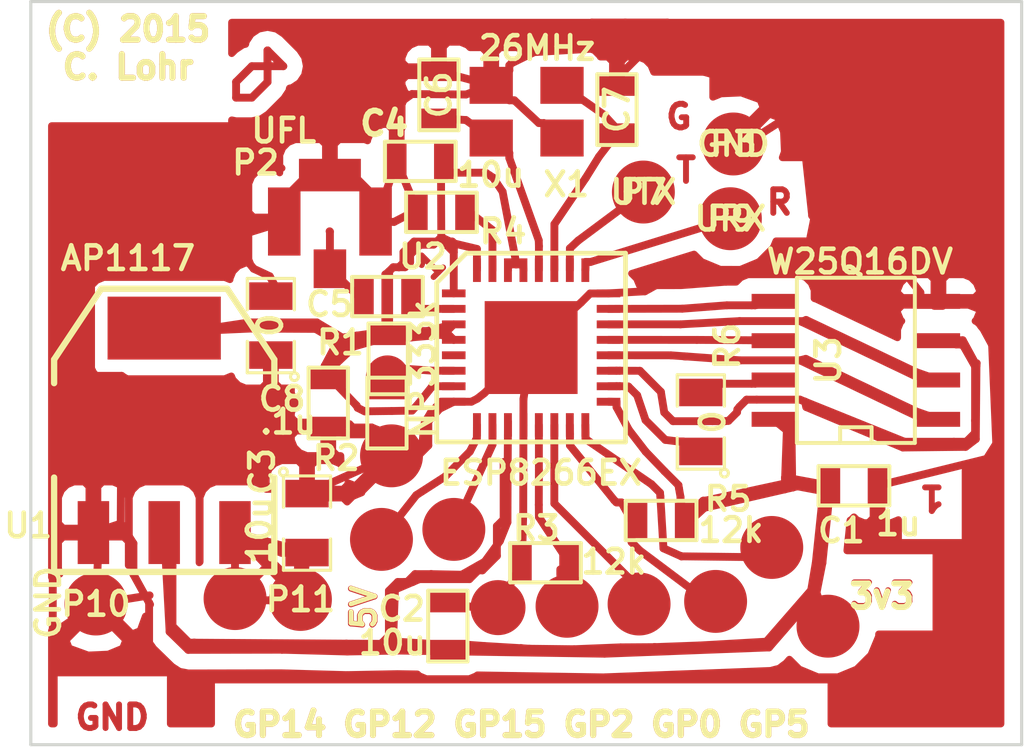
<source format=kicad_pcb>
(kicad_pcb (version 3) (host pcbnew "(2013-jul-07)-stable")

  (general
    (links 74)
    (no_connects 1)
    (area 36.253134 30.449999 69.588001 54.550001)
    (thickness 1.6)
    (drawings 17)
    (tracks 514)
    (zones 0)
    (modules 36)
    (nets 25)
  )

  (page User 139.7 139.7)
  (layers
    (15 F.Cu signal)
    (0 B.Cu signal)
    (16 B.Adhes user)
    (17 F.Adhes user)
    (18 B.Paste user)
    (19 F.Paste user)
    (20 B.SilkS user)
    (21 F.SilkS user)
    (22 B.Mask user)
    (23 F.Mask user)
    (24 Dwgs.User user)
    (25 Cmts.User user)
    (26 Eco1.User user)
    (27 Eco2.User user)
    (28 Edge.Cuts user)
  )

  (setup
    (last_trace_width 0.254)
    (trace_clearance 0.2413)
    (zone_clearance 0.508)
    (zone_45_only no)
    (trace_min 0.1778)
    (segment_width 0.2)
    (edge_width 0.1)
    (via_size 0.889)
    (via_drill 0.635)
    (via_min_size 0.889)
    (via_min_drill 0.508)
    (uvia_size 0.508)
    (uvia_drill 0.127)
    (uvias_allowed no)
    (uvia_min_size 0.508)
    (uvia_min_drill 0.127)
    (pcb_text_width 0.3)
    (pcb_text_size 0.762 0.762)
    (mod_edge_width 0.15)
    (mod_text_size 0.762 0.762)
    (mod_text_width 0.15)
    (pad_size 1.397 1.397)
    (pad_drill 0)
    (pad_to_mask_clearance 0)
    (aux_axis_origin 0 0)
    (visible_elements FFFFFFBF)
    (pcbplotparams
      (layerselection 32768)
      (usegerberextensions false)
      (excludeedgelayer true)
      (linewidth 0.150000)
      (plotframeref false)
      (viasonmask false)
      (mode 1)
      (useauxorigin false)
      (hpglpennumber 1)
      (hpglpenspeed 20)
      (hpglpendiameter 15)
      (hpglpenoverlay 2)
      (psnegative false)
      (psa4output false)
      (plotreference true)
      (plotvalue true)
      (plotothertext true)
      (plotinvisibletext false)
      (padsonsilk false)
      (subtractmaskfromsilk false)
      (outputformat 2)
      (mirror false)
      (drillshape 0)
      (scaleselection 1)
      (outputdirectory ""))
  )

  (net 0 "")
  (net 1 +3.3V)
  (net 2 +5V)
  (net 3 GND)
  (net 4 N-000001)
  (net 5 N-0000010)
  (net 6 N-0000011)
  (net 7 N-0000012)
  (net 8 N-0000015)
  (net 9 N-0000016)
  (net 10 N-0000018)
  (net 11 N-0000019)
  (net 12 N-000002)
  (net 13 N-0000020)
  (net 14 N-0000021)
  (net 15 N-0000023)
  (net 16 N-0000024)
  (net 17 N-0000025)
  (net 18 N-0000026)
  (net 19 N-000003)
  (net 20 N-000004)
  (net 21 N-000005)
  (net 22 N-000007)
  (net 23 N-000008)
  (net 24 N-000009)

  (net_class Default "This is the default net class."
    (clearance 0.2413)
    (trace_width 0.254)
    (via_dia 0.889)
    (via_drill 0.635)
    (uvia_dia 0.508)
    (uvia_drill 0.127)
    (add_net "")
    (add_net +3.3V)
    (add_net +5V)
    (add_net GND)
    (add_net N-000001)
    (add_net N-0000010)
    (add_net N-0000011)
    (add_net N-0000012)
    (add_net N-0000015)
    (add_net N-0000016)
    (add_net N-0000018)
    (add_net N-0000019)
    (add_net N-000002)
    (add_net N-0000020)
    (add_net N-0000021)
    (add_net N-0000023)
    (add_net N-0000024)
    (add_net N-0000025)
    (add_net N-0000026)
    (add_net N-000003)
    (add_net N-000004)
    (add_net N-000005)
    (add_net N-000007)
    (add_net N-000008)
    (add_net N-000009)
  )

  (module SOT223 (layer F.Cu) (tedit 55E49A72) (tstamp 55C8BA8F)
    (at 41.8084 44.3484)
    (descr "module CMS SOT223 4 pins")
    (tags "CMS SOT")
    (path /55C8C2C5)
    (attr smd)
    (fp_text reference U1 (at -4.3923 3.0753) (layer F.SilkS)
      (effects (font (size 0.762 0.762) (thickness 0.15)))
    )
    (fp_text value AP1117 (at -1.17094 -5.55752) (layer F.SilkS)
      (effects (font (size 0.762 0.762) (thickness 0.15)))
    )
    (fp_line (start -3.556 1.524) (end -3.556 4.572) (layer F.SilkS) (width 0.2032))
    (fp_line (start -3.556 4.572) (end 3.556 4.572) (layer F.SilkS) (width 0.2032))
    (fp_line (start 3.556 4.572) (end 3.556 1.524) (layer F.SilkS) (width 0.2032))
    (fp_line (start -3.556 -1.524) (end -3.556 -2.286) (layer F.SilkS) (width 0.2032))
    (fp_line (start -3.556 -2.286) (end -2.032 -4.572) (layer F.SilkS) (width 0.2032))
    (fp_line (start -2.032 -4.572) (end 2.032 -4.572) (layer F.SilkS) (width 0.2032))
    (fp_line (start 2.032 -4.572) (end 3.556 -2.286) (layer F.SilkS) (width 0.2032))
    (fp_line (start 3.556 -2.286) (end 3.556 -1.524) (layer F.SilkS) (width 0.2032))
    (pad 4 smd rect (at 0 -3.302) (size 3.6576 2.032)
      (layers F.Cu F.Paste F.Mask)
      (net 1 +3.3V)
    )
    (pad 2 smd rect (at 0 3.302) (size 1.016 2.032)
      (layers F.Cu F.Paste F.Mask)
      (net 1 +3.3V)
    )
    (pad 3 smd rect (at 2.286 3.302) (size 1.016 2.032)
      (layers F.Cu F.Paste F.Mask)
      (net 2 +5V)
    )
    (pad 1 smd rect (at -2.286 3.302) (size 1.016 2.032)
      (layers F.Cu F.Paste F.Mask)
      (net 3 GND)
    )
    (model smd/SOT223.wrl
      (at (xyz 0 0 0))
      (scale (xyz 0.4 0.4 0.4))
      (rotate (xyz 0 0 0))
    )
  )

  (module SM0805 (layer F.Cu) (tedit 55D245F2) (tstamp 55C8BAD7)
    (at 46.42104 47.34306 270)
    (path /55C8C2DE)
    (attr smd)
    (fp_text reference C3 (at -1.6667 1.4503 270) (layer F.SilkS)
      (effects (font (size 0.762 0.762) (thickness 0.15)))
    )
    (fp_text value 10u (at 0.2383 1.5265 270) (layer F.SilkS)
      (effects (font (size 0.762 0.762) (thickness 0.15)))
    )
    (fp_circle (center -1.651 0.762) (end -1.651 0.635) (layer F.SilkS) (width 0.09906))
    (fp_line (start -0.508 0.762) (end -1.524 0.762) (layer F.SilkS) (width 0.09906))
    (fp_line (start -1.524 0.762) (end -1.524 -0.762) (layer F.SilkS) (width 0.09906))
    (fp_line (start -1.524 -0.762) (end -0.508 -0.762) (layer F.SilkS) (width 0.09906))
    (fp_line (start 0.508 -0.762) (end 1.524 -0.762) (layer F.SilkS) (width 0.09906))
    (fp_line (start 1.524 -0.762) (end 1.524 0.762) (layer F.SilkS) (width 0.09906))
    (fp_line (start 1.524 0.762) (end 0.508 0.762) (layer F.SilkS) (width 0.09906))
    (pad 1 smd rect (at -0.9525 0 270) (size 0.889 1.397)
      (layers F.Cu F.Paste F.Mask)
      (net 3 GND)
    )
    (pad 2 smd rect (at 0.9525 0 270) (size 0.889 1.397)
      (layers F.Cu F.Paste F.Mask)
      (net 2 +5V)
    )
    (model smd/chip_cms.wrl
      (at (xyz 0 0 0))
      (scale (xyz 0.1 0.1 0.1))
      (rotate (xyz 0 0 0))
    )
  )

  (module QFN32 (layer F.Cu) (tedit 55C8FB8E) (tstamp 55C8BB6A)
    (at 53.6586 41.6746)
    (descr "Support CMS Plcc 32 pins")
    (tags "CMS Plcc")
    (path /55C8B6FD)
    (attr smd)
    (fp_text reference U2 (at -3.4936 -2.9396) (layer F.SilkS)
      (effects (font (size 0.762 0.762) (thickness 0.15)))
    )
    (fp_text value ESP8266EX (at 0.3164 4.0454) (layer F.SilkS)
      (effects (font (size 0.762 0.762) (thickness 0.15)))
    )
    (fp_line (start -2.0955 -3.048) (end 2.0955 -3.048) (layer F.SilkS) (width 0.1524))
    (fp_line (start 2.0955 -3.048) (end 3.048 -3.048) (layer F.SilkS) (width 0.1524))
    (fp_line (start 3.048 -3.048) (end 3.048 3.048) (layer F.SilkS) (width 0.1524))
    (fp_line (start 3.048 3.048) (end -3.048 3.048) (layer F.SilkS) (width 0.1524))
    (fp_line (start -3.048 3.048) (end -3.048 -2.0955) (layer F.SilkS) (width 0.1524))
    (fp_line (start -3.048 -2.0955) (end -2.0955 -3.048) (layer F.SilkS) (width 0.1524))
    (pad 31 smd rect (at -1.24968 -2.49936) (size 0.254 0.762)
      (layers F.Cu F.Paste F.Mask)
      (net 11 N-0000019)
    )
    (pad 30 smd rect (at -0.7493 -2.49936) (size 0.254 0.762)
      (layers F.Cu F.Paste F.Mask)
      (net 1 +3.3V)
    )
    (pad 29 smd rect (at -0.24892 -2.49936) (size 0.254 0.762)
      (layers F.Cu F.Paste F.Mask)
      (net 1 +3.3V)
    )
    (pad 32 smd rect (at -1.75006 -2.49936) (size 0.254 0.762)
      (layers F.Cu F.Paste F.Mask)
      (net 1 +3.3V)
    )
    (pad 1 smd rect (at -2.49936 -1.75006 90) (size 0.254 0.762)
      (layers F.Cu F.Paste F.Mask)
      (net 1 +3.3V)
    )
    (pad 2 smd rect (at -2.49936 -1.24968 90) (size 0.254 0.762)
      (layers F.Cu F.Paste F.Mask)
      (net 13 N-0000020)
    )
    (pad 3 smd rect (at -2.49936 -0.7493 90) (size 0.254 0.762)
      (layers F.Cu F.Paste F.Mask)
      (net 1 +3.3V)
    )
    (pad 4 smd rect (at -2.49936 -0.24892 90) (size 0.254 0.762)
      (layers F.Cu F.Paste F.Mask)
      (net 1 +3.3V)
    )
    (pad 5 smd rect (at -2.49936 0.24892 90) (size 0.254 0.762)
      (layers F.Cu F.Paste F.Mask)
    )
    (pad 6 smd rect (at -2.49936 0.7493 90) (size 0.254 0.762)
      (layers F.Cu F.Paste F.Mask)
      (net 9 N-0000016)
    )
    (pad 7 smd rect (at -2.49936 1.24968 90) (size 0.254 0.762)
      (layers F.Cu F.Paste F.Mask)
      (net 1 +3.3V)
    )
    (pad 8 smd rect (at -2.49936 1.75006 90) (size 0.254 0.762)
      (layers F.Cu F.Paste F.Mask)
      (net 3 GND)
    )
    (pad 16 smd rect (at 1.75006 2.49936) (size 0.254 0.762)
      (layers F.Cu F.Paste F.Mask)
      (net 4 N-000001)
    )
    (pad 9 smd rect (at -1.75006 2.49936) (size 0.254 0.762)
      (layers F.Cu F.Paste F.Mask)
      (net 12 N-000002)
    )
    (pad 10 smd rect (at -1.24968 2.49936) (size 0.254 0.762)
      (layers F.Cu F.Paste F.Mask)
      (net 19 N-000003)
    )
    (pad 11 smd rect (at -0.7493 2.49936) (size 0.254 0.762)
      (layers F.Cu F.Paste F.Mask)
      (net 1 +3.3V)
    )
    (pad 12 smd rect (at -0.24892 2.49936) (size 0.254 0.762)
      (layers F.Cu F.Paste F.Mask)
      (net 3 GND)
    )
    (pad 13 smd rect (at 0.24892 2.49936) (size 0.254 0.762)
      (layers F.Cu F.Paste F.Mask)
      (net 8 N-0000015)
    )
    (pad 14 smd rect (at 0.7493 2.49936) (size 0.254 0.762)
      (layers F.Cu F.Paste F.Mask)
      (net 15 N-0000023)
    )
    (pad 15 smd rect (at 1.24968 2.49936) (size 0.254 0.762)
      (layers F.Cu F.Paste F.Mask)
      (net 10 N-0000018)
    )
    (pad 17 smd rect (at 2.49936 1.75006 90) (size 0.254 0.762)
      (layers F.Cu F.Paste F.Mask)
      (net 1 +3.3V)
    )
    (pad 18 smd rect (at 2.49936 1.24968 90) (size 0.254 0.762)
      (layers F.Cu F.Paste F.Mask)
      (net 20 N-000004)
    )
    (pad 19 smd rect (at 2.49936 0.7493 90) (size 0.254 0.762)
      (layers F.Cu F.Paste F.Mask)
      (net 6 N-0000011)
    )
    (pad 20 smd rect (at 2.49936 0.24892 90) (size 0.254 0.762)
      (layers F.Cu F.Paste F.Mask)
      (net 5 N-0000010)
    )
    (pad 21 smd rect (at 2.49936 -0.24892 90) (size 0.254 0.762)
      (layers F.Cu F.Paste F.Mask)
      (net 22 N-000007)
    )
    (pad 22 smd rect (at 2.49936 -0.7493 90) (size 0.254 0.762)
      (layers F.Cu F.Paste F.Mask)
      (net 24 N-000009)
    )
    (pad 23 smd rect (at 2.49936 -1.24968 90) (size 0.254 0.762)
      (layers F.Cu F.Paste F.Mask)
      (net 23 N-000008)
    )
    (pad 24 smd rect (at 2.49936 -1.75006 90) (size 0.254 0.762)
      (layers F.Cu F.Paste F.Mask)
      (net 3 GND)
    )
    (pad 25 smd rect (at 1.75006 -2.49936) (size 0.254 0.762)
      (layers F.Cu F.Paste F.Mask)
      (net 16 N-0000024)
    )
    (pad 26 smd rect (at 1.24968 -2.49936) (size 0.254 0.762)
      (layers F.Cu F.Paste F.Mask)
      (net 21 N-000005)
    )
    (pad 27 smd rect (at 0.7493 -2.49936) (size 0.254 0.762)
      (layers F.Cu F.Paste F.Mask)
      (net 17 N-0000025)
    )
    (pad 28 smd rect (at 0.24892 -2.49936) (size 0.254 0.762)
      (layers F.Cu F.Paste F.Mask)
      (net 18 N-0000026)
    )
    (pad 33 smd rect (at 0 0) (size 2.99974 2.99974)
      (layers F.Cu F.Paste F.Mask)
      (net 3 GND)
    )
  )

  (module XTAL4P (layer F.Cu) (tedit 55E7685D) (tstamp 55C8BB72)
    (at 54.6558 34.9082 180)
    (path /55C8B716)
    (fp_text reference X1 (at -0.13962 -1.49762 180) (layer F.SilkS)
      (effects (font (size 0.762 0.762) (thickness 0.15)))
    )
    (fp_text value 26MHz (at 0.8078 2.9042 180) (layer F.SilkS)
      (effects (font (size 0.762 0.762) (thickness 0.15)))
    )
    (pad 4 smd rect (at 0 0 180) (size 1.397 1.1938)
      (layers F.Cu F.Paste F.Mask)
      (net 3 GND)
    )
    (pad 1 smd rect (at 0 1.7018 180) (size 1.397 1.1938)
      (layers F.Cu F.Paste F.Mask)
      (net 17 N-0000025)
    )
    (pad 3 smd rect (at 2.286 1.7018 180) (size 1.397 1.1938)
      (layers F.Cu F.Paste F.Mask)
      (net 3 GND)
    )
    (pad 2 smd rect (at 2.286 0 180) (size 1.397 1.1938)
      (layers F.Cu F.Paste F.Mask)
      (net 18 N-0000026)
    )
  )

  (module .1SMTPIN (layer F.Cu) (tedit 55C8FB3D) (tstamp 55C8BB77)
    (at 49.149 45.17136)
    (path /55C8B809)
    (fp_text reference P4 (at 0 0) (layer F.SilkS) hide
      (effects (font (size 0.762 0.762) (thickness 0.15)))
    )
    (fp_text value GND (at 0 0) (layer F.SilkS) hide
      (effects (font (size 0.762 0.762) (thickness 0.15)))
    )
    (pad 1 smd circle (at 0 0) (size 2.032 2.032)
      (layers F.Cu F.Paste F.Mask)
      (net 3 GND)
    )
  )

  (module .1SMTPIN (layer F.Cu) (tedit 55C8FB36) (tstamp 55C8BB7C)
    (at 63.246 50.673)
    (path /55C8B835)
    (fp_text reference P5 (at 0 0) (layer F.SilkS) hide
      (effects (font (size 0.762 0.762) (thickness 0.15)))
    )
    (fp_text value 5V (at 0 0) (layer F.SilkS) hide
      (effects (font (size 0.762 0.762) (thickness 0.15)))
    )
    (pad 1 smd circle (at 0 0) (size 2.032 2.032)
      (layers F.Cu F.Paste F.Mask)
      (net 1 +3.3V)
    )
  )

  (module .1SMTPIN (layer F.Cu) (tedit 5102E01B) (tstamp 55C8BB81)
    (at 60.19 35.1)
    (path /55C8B83B)
    (fp_text reference P3 (at 0 0) (layer F.SilkS)
      (effects (font (size 0.762 0.762) (thickness 0.15)))
    )
    (fp_text value GND (at 0 0) (layer F.SilkS)
      (effects (font (size 0.762 0.762) (thickness 0.15)))
    )
    (pad 1 smd circle (at 0 0) (size 2.032 2.032)
      (layers F.Cu F.Paste F.Mask)
      (net 3 GND)
    )
  )

  (module .1SMTPIN (layer F.Cu) (tedit 55E7564B) (tstamp 55C8BB86)
    (at 49.01946 42.62628 90)
    (path /55C8B86A)
    (fp_text reference P1 (at 0 0 90) (layer F.SilkS) hide
      (effects (font (size 0.762 0.762) (thickness 0.15)))
    )
    (fp_text value MIC (at 1.06934 -1.98882 180) (layer F.SilkS) hide
      (effects (font (size 0.762 0.762) (thickness 0.15)))
    )
    (pad 1 smd circle (at 0 0 90) (size 1.397 1.397)
      (layers F.Cu F.Paste F.Mask)
      (net 9 N-0000016)
    )
  )

  (module .1SMTPIN (layer F.Cu) (tedit 55C8FB1C) (tstamp 55C8BB90)
    (at 59.61634 49.8729)
    (path /55C8B8D4)
    (fp_text reference P8 (at 0 0) (layer F.SilkS) hide
      (effects (font (size 0.762 0.762) (thickness 0.15)))
    )
    (fp_text value GPIO0 (at -0.1459 3.1216) (layer F.SilkS) hide
      (effects (font (size 0.762 0.762) (thickness 0.15)))
    )
    (pad 1 smd circle (at 0 0) (size 2.032 2.032)
      (layers F.Cu F.Paste F.Mask)
      (net 10 N-0000018)
    )
  )

  (module .1SMTPIN (layer F.Cu) (tedit 5102E01B) (tstamp 55C8BB95)
    (at 57.2838 36.6523)
    (path /55C8B8E6)
    (fp_text reference P7 (at 0 0) (layer F.SilkS)
      (effects (font (size 0.762 0.762) (thickness 0.15)))
    )
    (fp_text value UTX (at 0 0) (layer F.SilkS)
      (effects (font (size 0.762 0.762) (thickness 0.15)))
    )
    (pad 1 smd circle (at 0 0) (size 2.032 2.032)
      (layers F.Cu F.Paste F.Mask)
      (net 21 N-000005)
    )
  )

  (module .1SMTPIN (layer F.Cu) (tedit 5102E01B) (tstamp 55C8BB9A)
    (at 60.093 37.5139)
    (path /55C8B8EC)
    (fp_text reference P9 (at 0 0) (layer F.SilkS)
      (effects (font (size 0.762 0.762) (thickness 0.15)))
    )
    (fp_text value URX (at 0 0) (layer F.SilkS)
      (effects (font (size 0.762 0.762) (thickness 0.15)))
    )
    (pad 1 smd circle (at 0 0) (size 2.032 2.032)
      (layers F.Cu F.Paste F.Mask)
      (net 16 N-0000024)
    )
  )

  (module .1SMTPIN (layer F.Cu) (tedit 55C8FB22) (tstamp 55C8BB9F)
    (at 57.14492 49.95672)
    (path /55C8B90A)
    (fp_text reference P6 (at 0 0) (layer F.SilkS) hide
      (effects (font (size 0.762 0.762) (thickness 0.15)))
    )
    (fp_text value GPIO2 (at -0.2391 -1.5268) (layer F.SilkS) hide
      (effects (font (size 0.762 0.762) (thickness 0.15)))
    )
    (pad 1 smd circle (at 0 0) (size 2.032 2.032)
      (layers F.Cu F.Paste F.Mask)
      (net 15 N-0000023)
    )
  )

  (module .1SMTPIN (layer F.Cu) (tedit 55E713C7) (tstamp 55C8BBA4)
    (at 46.20768 49.8094)
    (path /55C8C79F)
    (fp_text reference P11 (at 0 0) (layer F.SilkS)
      (effects (font (size 0.762 0.762) (thickness 0.15)))
    )
    (fp_text value 5V (at 2.05232 0.254 90) (layer F.SilkS)
      (effects (font (size 0.762 0.762) (thickness 0.15)))
    )
    (pad 1 smd circle (at 0 0) (size 2.032 2.032)
      (layers F.Cu F.Paste F.Mask)
      (net 2 +5V)
    )
  )

  (module .1SMTPIN (layer F.Cu) (tedit 55E48DB3) (tstamp 55C8BBA9)
    (at 39.60368 49.95672)
    (path /55C8C838)
    (fp_text reference P10 (at 0 0) (layer F.SilkS)
      (effects (font (size 0.762 0.762) (thickness 0.15)))
    )
    (fp_text value GND (at -1.54178 -0.04572 90) (layer F.SilkS)
      (effects (font (size 0.762 0.762) (thickness 0.15)))
    )
    (pad 1 smd circle (at 0 0) (size 2.032 2.032)
      (layers F.Cu F.Paste F.Mask)
      (net 3 GND)
    )
  )

  (module SO8ESKINNY (layer F.Cu) (tedit 55E49537) (tstamp 55C8BDDD)
    (at 64.1462 42.0876 90)
    (descr "module CMS SOJ 8 pins etroit")
    (tags "CMS SOJ")
    (path /55C8B733)
    (attr smd)
    (fp_text reference U3 (at 0 -0.889 90) (layer F.SilkS)
      (effects (font (size 0.762 0.762) (thickness 0.15)))
    )
    (fp_text value W25Q16DV (at 3.1875 0.1285 180) (layer F.SilkS)
      (effects (font (size 0.762 0.762) (thickness 0.15)))
    )
    (fp_line (start -2.667 1.778) (end -2.667 1.905) (layer F.SilkS) (width 0.127))
    (fp_line (start -2.667 1.905) (end 2.667 1.905) (layer F.SilkS) (width 0.127))
    (fp_line (start 2.667 -1.905) (end -2.667 -1.905) (layer F.SilkS) (width 0.127))
    (fp_line (start -2.667 -1.905) (end -2.667 1.778) (layer F.SilkS) (width 0.127))
    (fp_line (start -2.667 -0.508) (end -2.159 -0.508) (layer F.SilkS) (width 0.127))
    (fp_line (start -2.159 -0.508) (end -2.159 0.508) (layer F.SilkS) (width 0.127))
    (fp_line (start -2.159 0.508) (end -2.667 0.508) (layer F.SilkS) (width 0.127))
    (fp_line (start 2.667 -1.905) (end 2.667 1.905) (layer F.SilkS) (width 0.127))
    (pad 8 smd rect (at -1.905 -2.667 90) (size 0.4826 1.39954)
      (layers F.Cu F.Paste F.Mask)
      (net 1 +3.3V)
    )
    (pad 1 smd rect (at -1.905 2.667 90) (size 0.4826 1.39954)
      (layers F.Cu F.Paste F.Mask)
      (net 5 N-0000010)
    )
    (pad 7 smd rect (at -0.635 -2.667 90) (size 0.4826 1.39954)
      (layers F.Cu F.Paste F.Mask)
      (net 7 N-0000012)
    )
    (pad 6 smd rect (at 0.635 -2.667 90) (size 0.4826 1.39954)
      (layers F.Cu F.Paste F.Mask)
      (net 22 N-000007)
    )
    (pad 5 smd rect (at 1.905 -2.667 90) (size 0.4826 1.39954)
      (layers F.Cu F.Paste F.Mask)
      (net 23 N-000008)
    )
    (pad 2 smd rect (at -0.635 2.667 90) (size 0.4826 1.39954)
      (layers F.Cu F.Paste F.Mask)
      (net 24 N-000009)
    )
    (pad 3 smd rect (at 0.635 2.667 90) (size 0.4826 1.39954)
      (layers F.Cu F.Paste F.Mask)
      (net 6 N-0000011)
    )
    (pad 4 smd rect (at 1.905 2.667 90) (size 0.4826 1.39954)
      (layers F.Cu F.Paste F.Mask)
      (net 3 GND)
    )
    (model smd/cms_so8.wrl
      (at (xyz 0 0 0))
      (scale (xyz 0.5 0.32 0.5))
      (rotate (xyz 0 0 0))
    )
  )

  (module SM0805 (layer F.Cu) (tedit 55E70D26) (tstamp 55C8C1D8)
    (at 59.1394 44.0776 90)
    (path /55C8CBA7)
    (attr smd)
    (fp_text reference R6 (at 2.44954 0.85286 90) (layer F.SilkS)
      (effects (font (size 0.762 0.762) (thickness 0.15)))
    )
    (fp_text value 0 (at 0 0.381 90) (layer F.SilkS)
      (effects (font (size 0.762 0.762) (thickness 0.15)))
    )
    (fp_circle (center -1.651 0.762) (end -1.651 0.635) (layer F.SilkS) (width 0.09906))
    (fp_line (start -0.508 0.762) (end -1.524 0.762) (layer F.SilkS) (width 0.09906))
    (fp_line (start -1.524 0.762) (end -1.524 -0.762) (layer F.SilkS) (width 0.09906))
    (fp_line (start -1.524 -0.762) (end -0.508 -0.762) (layer F.SilkS) (width 0.09906))
    (fp_line (start 0.508 -0.762) (end 1.524 -0.762) (layer F.SilkS) (width 0.09906))
    (fp_line (start 1.524 -0.762) (end 1.524 0.762) (layer F.SilkS) (width 0.09906))
    (fp_line (start 1.524 0.762) (end 0.508 0.762) (layer F.SilkS) (width 0.09906))
    (pad 1 smd rect (at -0.9525 0 90) (size 0.889 1.397)
      (layers F.Cu F.Paste F.Mask)
      (net 20 N-000004)
    )
    (pad 2 smd rect (at 0.9525 0 90) (size 0.889 1.397)
      (layers F.Cu F.Paste F.Mask)
      (net 7 N-0000012)
    )
    (model smd/chip_cms.wrl
      (at (xyz 0 0 0))
      (scale (xyz 0.1 0.1 0.1))
      (rotate (xyz 0 0 0))
    )
  )

  (module .1SMTPIN (layer F.Cu) (tedit 55C8FB30) (tstamp 55C8EFCE)
    (at 48.8252 47.8702)
    (path /55C8F0BE)
    (fp_text reference P12 (at 0 0) (layer F.SilkS) hide
      (effects (font (size 0.762 0.762) (thickness 0.15)))
    )
    (fp_text value GPIO14 (at 0 0) (layer F.SilkS) hide
      (effects (font (size 0.762 0.762) (thickness 0.15)))
    )
    (pad 1 smd circle (at 0 0) (size 2.032 2.032)
      (layers F.Cu F.Paste F.Mask)
      (net 12 N-000002)
    )
  )

  (module .1SMTPIN (layer F.Cu) (tedit 55C8FB29) (tstamp 55C8EFD3)
    (at 51.1625 47.5473)
    (path /55C8F0C4)
    (fp_text reference P13 (at 0 0) (layer F.SilkS) hide
      (effects (font (size 0.762 0.762) (thickness 0.15)))
    )
    (fp_text value GPIO12 (at 0 0) (layer F.SilkS) hide
      (effects (font (size 0.762 0.762) (thickness 0.15)))
    )
    (pad 1 smd circle (at 0 0) (size 2.032 2.032)
      (layers F.Cu F.Paste F.Mask)
      (net 19 N-000003)
    )
  )

  (module .1SMTPIN (layer F.Cu) (tedit 55C8FB19) (tstamp 55C8EFD8)
    (at 61.4299 48.13046)
    (path /55C8F0CA)
    (fp_text reference P14 (at 0 0) (layer F.SilkS) hide
      (effects (font (size 0.762 0.762) (thickness 0.15)))
    )
    (fp_text value GPIO5 (at -0.061 2.1606) (layer F.SilkS) hide
      (effects (font (size 0.762 0.762) (thickness 0.15)))
    )
    (pad 1 smd circle (at 0 0) (size 2.032 2.032)
      (layers F.Cu F.Paste F.Mask)
      (net 4 N-000001)
    )
  )

  (module .1SMTPIN (layer F.Cu) (tedit 55E4988D) (tstamp 55CA0841)
    (at 52.58816 50.07356)
    (path /55CA0893)
    (fp_text reference P16 (at 0 0) (layer F.SilkS) hide
      (effects (font (size 0.762 0.762) (thickness 0.15)))
    )
    (fp_text value GND (at 0 0) (layer F.SilkS) hide
      (effects (font (size 0.762 0.762) (thickness 0.15)))
    )
    (pad 1 smd circle (at 0 0) (size 1.778 1.778)
      (layers F.Cu F.Paste F.Mask)
      (net 3 GND)
    )
  )

  (module .1SMTPIN (layer F.Cu) (tedit 55D2450A) (tstamp 55D244E1)
    (at 54.81828 50.03038)
    (path /55D24760)
    (fp_text reference P17 (at 0 0) (layer F.SilkS) hide
      (effects (font (size 0.762 0.762) (thickness 0.15)))
    )
    (fp_text value GPIO15 (at 0 0) (layer F.SilkS) hide
      (effects (font (size 0.762 0.762) (thickness 0.15)))
    )
    (pad 1 smd circle (at 0 0) (size 2.032 2.032)
      (layers F.Cu F.Paste F.Mask)
      (net 8 N-0000015)
    )
  )

  (module UFL (layer F.Cu) (tedit 55E48E94) (tstamp 55E484AB)
    (at 47.16018 37.6047)
    (path /55E474E2)
    (fp_text reference P2 (at -2.4 -1.9) (layer F.SilkS)
      (effects (font (size 0.762 0.762) (thickness 0.15)))
    )
    (fp_text value UFL (at -1.49098 -2.9337) (layer F.SilkS)
      (effects (font (size 0.762 0.762) (thickness 0.15)))
    )
    (pad 2 smd rect (at -1.475 0) (size 1.05 2.2)
      (layers F.Cu F.Paste F.Mask)
      (net 3 GND)
    )
    (pad 2 smd rect (at 1.475 0) (size 1.05 2.2)
      (layers F.Cu F.Paste F.Mask)
      (net 3 GND)
    )
    (pad 1 smd rect (at 0 1.525) (size 1.05 1.25)
      (layers F.Cu F.Paste F.Mask)
      (net 14 N-0000021)
    )
    (pad 2 smd rect (at 0 -1.5) (size 2 1.05)
      (layers F.Cu F.Paste F.Mask)
      (net 3 GND)
    )
  )

  (module SM0603 (layer F.Cu) (tedit 55E49CB7) (tstamp 55F45DA1)
    (at 49.01946 40.02786)
    (path /55C8B75E)
    (attr smd)
    (fp_text reference C5 (at -1.87706 0.24638) (layer F.SilkS)
      (effects (font (size 0.762 0.762) (thickness 0.15)))
    )
    (fp_text value 5.6p (at -1.07696 0.17526) (layer F.SilkS) hide
      (effects (font (size 0.762 0.762) (thickness 0.15)))
    )
    (fp_line (start -1.143 -0.635) (end 1.143 -0.635) (layer F.SilkS) (width 0.127))
    (fp_line (start 1.143 -0.635) (end 1.143 0.635) (layer F.SilkS) (width 0.127))
    (fp_line (start 1.143 0.635) (end -1.143 0.635) (layer F.SilkS) (width 0.127))
    (fp_line (start -1.143 0.635) (end -1.143 -0.635) (layer F.SilkS) (width 0.127))
    (pad 1 smd rect (at -0.762 0) (size 0.635 1.143)
      (layers F.Cu F.Paste F.Mask)
      (net 14 N-0000021)
    )
    (pad 2 smd rect (at 0.762 0) (size 0.635 1.143)
      (layers F.Cu F.Paste F.Mask)
      (net 13 N-0000020)
    )
    (model smd\resistors\R0603.wrl
      (at (xyz 0 0 0.001))
      (scale (xyz 0.5 0.5 0.5))
      (rotate (xyz 0 0 0))
    )
  )

  (module SM0603 (layer F.Cu) (tedit 55E49BDD) (tstamp 55C8BAE4)
    (at 50.96764 50.67046 270)
    (path /55C8C2E4)
    (attr smd)
    (fp_text reference C2 (at -0.55626 1.48844 360) (layer F.SilkS)
      (effects (font (size 0.762 0.762) (thickness 0.15)))
    )
    (fp_text value 10u (at 0.53594 1.79324 360) (layer F.SilkS)
      (effects (font (size 0.762 0.762) (thickness 0.15)))
    )
    (fp_line (start -1.143 -0.635) (end 1.143 -0.635) (layer F.SilkS) (width 0.127))
    (fp_line (start 1.143 -0.635) (end 1.143 0.635) (layer F.SilkS) (width 0.127))
    (fp_line (start 1.143 0.635) (end -1.143 0.635) (layer F.SilkS) (width 0.127))
    (fp_line (start -1.143 0.635) (end -1.143 -0.635) (layer F.SilkS) (width 0.127))
    (pad 1 smd rect (at -0.762 0 270) (size 0.635 1.143)
      (layers F.Cu F.Paste F.Mask)
      (net 3 GND)
    )
    (pad 2 smd rect (at 0.762 0 270) (size 0.635 1.143)
      (layers F.Cu F.Paste F.Mask)
      (net 1 +3.3V)
    )
    (model smd\resistors\R0603.wrl
      (at (xyz 0 0 0.001))
      (scale (xyz 0.5 0.5 0.5))
      (rotate (xyz 0 0 0))
    )
  )

  (module SM0603 (layer F.Cu) (tedit 55E49A57) (tstamp 55C8BAF1)
    (at 64.0842 46.1391 180)
    (path /55C8C2EA)
    (attr smd)
    (fp_text reference C1 (at 0.4064 -1.44526 180) (layer F.SilkS)
      (effects (font (size 0.762 0.762) (thickness 0.15)))
    )
    (fp_text value 1u (at -1.43256 -1.21666 180) (layer F.SilkS)
      (effects (font (size 0.762 0.762) (thickness 0.15)))
    )
    (fp_line (start -1.143 -0.635) (end 1.143 -0.635) (layer F.SilkS) (width 0.127))
    (fp_line (start 1.143 -0.635) (end 1.143 0.635) (layer F.SilkS) (width 0.127))
    (fp_line (start 1.143 0.635) (end -1.143 0.635) (layer F.SilkS) (width 0.127))
    (fp_line (start -1.143 0.635) (end -1.143 -0.635) (layer F.SilkS) (width 0.127))
    (pad 1 smd rect (at -0.762 0 180) (size 0.635 1.143)
      (layers F.Cu F.Paste F.Mask)
      (net 3 GND)
    )
    (pad 2 smd rect (at 0.762 0 180) (size 0.635 1.143)
      (layers F.Cu F.Paste F.Mask)
      (net 1 +3.3V)
    )
    (model smd\resistors\R0603.wrl
      (at (xyz 0 0 0.001))
      (scale (xyz 0.5 0.5 0.5))
      (rotate (xyz 0 0 0))
    )
  )

  (module SM0603 (layer F.Cu) (tedit 55E7115E) (tstamp 55E492AA)
    (at 47.10684 43.46448 90)
    (path /55E475A5)
    (attr smd)
    (fp_text reference C8 (at 0.13208 -1.49098 180) (layer F.SilkS)
      (effects (font (size 0.762 0.762) (thickness 0.15)))
    )
    (fp_text value .1u (at -0.60706 -1.29794 180) (layer F.SilkS)
      (effects (font (size 0.762 0.762) (thickness 0.15)))
    )
    (fp_line (start -1.143 -0.635) (end 1.143 -0.635) (layer F.SilkS) (width 0.127))
    (fp_line (start 1.143 -0.635) (end 1.143 0.635) (layer F.SilkS) (width 0.127))
    (fp_line (start 1.143 0.635) (end -1.143 0.635) (layer F.SilkS) (width 0.127))
    (fp_line (start -1.143 0.635) (end -1.143 -0.635) (layer F.SilkS) (width 0.127))
    (pad 1 smd rect (at -0.762 0 90) (size 0.635 1.143)
      (layers F.Cu F.Paste F.Mask)
      (net 3 GND)
    )
    (pad 2 smd rect (at 0.762 0 90) (size 0.635 1.143)
      (layers F.Cu F.Paste F.Mask)
      (net 1 +3.3V)
    )
    (model smd\resistors\R0603.wrl
      (at (xyz 0 0 0.001))
      (scale (xyz 0.5 0.5 0.5))
      (rotate (xyz 0 0 0))
    )
  )

  (module SM0603 (layer F.Cu) (tedit 55E49A06) (tstamp 55E492B5)
    (at 49.00168 43.7896 90)
    (path /55E48F87)
    (attr smd)
    (fp_text reference R2 (at -1.45796 -1.6383 180) (layer F.SilkS)
      (effects (font (size 0.762 0.762) (thickness 0.15)))
    )
    (fp_text value NP (at -0.02794 1.14046 90) (layer F.SilkS)
      (effects (font (size 0.762 0.762) (thickness 0.15)))
    )
    (fp_line (start -1.143 -0.635) (end 1.143 -0.635) (layer F.SilkS) (width 0.127))
    (fp_line (start 1.143 -0.635) (end 1.143 0.635) (layer F.SilkS) (width 0.127))
    (fp_line (start 1.143 0.635) (end -1.143 0.635) (layer F.SilkS) (width 0.127))
    (fp_line (start -1.143 0.635) (end -1.143 -0.635) (layer F.SilkS) (width 0.127))
    (pad 1 smd rect (at -0.762 0 90) (size 0.635 1.143)
      (layers F.Cu F.Paste F.Mask)
      (net 3 GND)
    )
    (pad 2 smd rect (at 0.762 0 90) (size 0.635 1.143)
      (layers F.Cu F.Paste F.Mask)
      (net 9 N-0000016)
    )
    (model smd\resistors\R0603.wrl
      (at (xyz 0 0 0.001))
      (scale (xyz 0.5 0.5 0.5))
      (rotate (xyz 0 0 0))
    )
  )

  (module SM0603 (layer F.Cu) (tedit 55E494C4) (tstamp 55E492C0)
    (at 49.04232 42.03954 270)
    (path /55E48F8D)
    (attr smd)
    (fp_text reference R1 (at -0.52832 1.54178 360) (layer F.SilkS)
      (effects (font (size 0.762 0.762) (thickness 0.15)))
    )
    (fp_text value 333k (at -0.49022 -1.11506 270) (layer F.SilkS)
      (effects (font (size 0.762 0.762) (thickness 0.15)))
    )
    (fp_line (start -1.143 -0.635) (end 1.143 -0.635) (layer F.SilkS) (width 0.127))
    (fp_line (start 1.143 -0.635) (end 1.143 0.635) (layer F.SilkS) (width 0.127))
    (fp_line (start 1.143 0.635) (end -1.143 0.635) (layer F.SilkS) (width 0.127))
    (fp_line (start -1.143 0.635) (end -1.143 -0.635) (layer F.SilkS) (width 0.127))
    (pad 1 smd rect (at -0.762 0 270) (size 0.635 1.143)
      (layers F.Cu F.Paste F.Mask)
      (net 1 +3.3V)
    )
    (pad 2 smd rect (at 0.762 0 270) (size 0.635 1.143)
      (layers F.Cu F.Paste F.Mask)
      (net 9 N-0000016)
    )
    (model smd\resistors\R0603.wrl
      (at (xyz 0 0 0.001))
      (scale (xyz 0.5 0.5 0.5))
      (rotate (xyz 0 0 0))
    )
  )

  (module SM0603 (layer F.Cu) (tedit 55E49BCB) (tstamp 55E4956C)
    (at 54.12232 48.62322 180)
    (path /55E49550)
    (attr smd)
    (fp_text reference R3 (at 0.29464 1.11252 180) (layer F.SilkS)
      (effects (font (size 0.762 0.762) (thickness 0.15)))
    )
    (fp_text value 12k (at -2.20472 0.03048 180) (layer F.SilkS)
      (effects (font (size 0.762 0.762) (thickness 0.15)))
    )
    (fp_line (start -1.143 -0.635) (end 1.143 -0.635) (layer F.SilkS) (width 0.127))
    (fp_line (start 1.143 -0.635) (end 1.143 0.635) (layer F.SilkS) (width 0.127))
    (fp_line (start 1.143 0.635) (end -1.143 0.635) (layer F.SilkS) (width 0.127))
    (fp_line (start -1.143 0.635) (end -1.143 -0.635) (layer F.SilkS) (width 0.127))
    (pad 1 smd rect (at -0.762 0 180) (size 0.635 1.143)
      (layers F.Cu F.Paste F.Mask)
      (net 8 N-0000015)
    )
    (pad 2 smd rect (at 0.762 0 180) (size 0.635 1.143)
      (layers F.Cu F.Paste F.Mask)
      (net 3 GND)
    )
    (model smd\resistors\R0603.wrl
      (at (xyz 0 0 0.001))
      (scale (xyz 0.5 0.5 0.5))
      (rotate (xyz 0 0 0))
    )
  )

  (module SM0603 (layer F.Cu) (tedit 55E49A4A) (tstamp 55C8BB0B)
    (at 57.8561 47.2592)
    (path /55C8B7BD)
    (attr smd)
    (fp_text reference R5 (at 2.1641 -0.69338) (layer F.SilkS)
      (effects (font (size 0.762 0.762) (thickness 0.15)))
    )
    (fp_text value 12k (at 2.25554 0.31246) (layer F.SilkS)
      (effects (font (size 0.762 0.762) (thickness 0.15)))
    )
    (fp_line (start -1.143 -0.635) (end 1.143 -0.635) (layer F.SilkS) (width 0.127))
    (fp_line (start 1.143 -0.635) (end 1.143 0.635) (layer F.SilkS) (width 0.127))
    (fp_line (start 1.143 0.635) (end -1.143 0.635) (layer F.SilkS) (width 0.127))
    (fp_line (start -1.143 0.635) (end -1.143 -0.635) (layer F.SilkS) (width 0.127))
    (pad 1 smd rect (at -0.762 0) (size 0.635 1.143)
      (layers F.Cu F.Paste F.Mask)
      (net 10 N-0000018)
    )
    (pad 2 smd rect (at 0.762 0) (size 0.635 1.143)
      (layers F.Cu F.Paste F.Mask)
      (net 1 +3.3V)
    )
    (model smd\resistors\R0603.wrl
      (at (xyz 0 0 0.001))
      (scale (xyz 0.5 0.5 0.5))
      (rotate (xyz 0 0 0))
    )
  )

  (module SM0603 (layer F.Cu) (tedit 55E7683A) (tstamp 55C8BB18)
    (at 50.7619 37.30752)
    (path /55C8B7AB)
    (attr smd)
    (fp_text reference R4 (at 1.99136 0.61722) (layer F.SilkS)
      (effects (font (size 0.762 0.762) (thickness 0.15)))
    )
    (fp_text value 12k (at 0 0) (layer F.SilkS) hide
      (effects (font (size 0.762 0.762) (thickness 0.15)))
    )
    (fp_line (start -1.143 -0.635) (end 1.143 -0.635) (layer F.SilkS) (width 0.127))
    (fp_line (start 1.143 -0.635) (end 1.143 0.635) (layer F.SilkS) (width 0.127))
    (fp_line (start 1.143 0.635) (end -1.143 0.635) (layer F.SilkS) (width 0.127))
    (fp_line (start -1.143 0.635) (end -1.143 -0.635) (layer F.SilkS) (width 0.127))
    (pad 1 smd rect (at -0.762 0) (size 0.635 1.143)
      (layers F.Cu F.Paste F.Mask)
      (net 3 GND)
    )
    (pad 2 smd rect (at 0.762 0) (size 0.635 1.143)
      (layers F.Cu F.Paste F.Mask)
      (net 11 N-0000019)
    )
    (model smd\resistors\R0603.wrl
      (at (xyz 0 0 0.001))
      (scale (xyz 0.5 0.5 0.5))
      (rotate (xyz 0 0 0))
    )
  )

  (module SM0603 (layer F.Cu) (tedit 4E43A3D1) (tstamp 55E499FC)
    (at 56.43 33.99 90)
    (path /55C8B894)
    (attr smd)
    (fp_text reference C7 (at 0 0 90) (layer F.SilkS)
      (effects (font (size 0.762 0.762) (thickness 0.15)))
    )
    (fp_text value 12p (at 0 0 90) (layer F.SilkS) hide
      (effects (font (size 0.762 0.762) (thickness 0.15)))
    )
    (fp_line (start -1.143 -0.635) (end 1.143 -0.635) (layer F.SilkS) (width 0.127))
    (fp_line (start 1.143 -0.635) (end 1.143 0.635) (layer F.SilkS) (width 0.127))
    (fp_line (start 1.143 0.635) (end -1.143 0.635) (layer F.SilkS) (width 0.127))
    (fp_line (start -1.143 0.635) (end -1.143 -0.635) (layer F.SilkS) (width 0.127))
    (pad 1 smd rect (at -0.762 0 90) (size 0.635 1.143)
      (layers F.Cu F.Paste F.Mask)
      (net 17 N-0000025)
    )
    (pad 2 smd rect (at 0.762 0 90) (size 0.635 1.143)
      (layers F.Cu F.Paste F.Mask)
      (net 3 GND)
    )
    (model smd\resistors\R0603.wrl
      (at (xyz 0 0 0.001))
      (scale (xyz 0.5 0.5 0.5))
      (rotate (xyz 0 0 0))
    )
  )

  (module SM0603 (layer F.Cu) (tedit 4E43A3D1) (tstamp 55C8BACA)
    (at 50.68062 33.51276 90)
    (path /55C8B88E)
    (attr smd)
    (fp_text reference C6 (at 0 0 90) (layer F.SilkS)
      (effects (font (size 0.762 0.762) (thickness 0.15)))
    )
    (fp_text value 12p (at 0 0 90) (layer F.SilkS) hide
      (effects (font (size 0.762 0.762) (thickness 0.15)))
    )
    (fp_line (start -1.143 -0.635) (end 1.143 -0.635) (layer F.SilkS) (width 0.127))
    (fp_line (start 1.143 -0.635) (end 1.143 0.635) (layer F.SilkS) (width 0.127))
    (fp_line (start 1.143 0.635) (end -1.143 0.635) (layer F.SilkS) (width 0.127))
    (fp_line (start -1.143 0.635) (end -1.143 -0.635) (layer F.SilkS) (width 0.127))
    (pad 1 smd rect (at -0.762 0 90) (size 0.635 1.143)
      (layers F.Cu F.Paste F.Mask)
      (net 18 N-0000026)
    )
    (pad 2 smd rect (at 0.762 0 90) (size 0.635 1.143)
      (layers F.Cu F.Paste F.Mask)
      (net 3 GND)
    )
    (model smd\resistors\R0603.wrl
      (at (xyz 0 0 0.001))
      (scale (xyz 0.5 0.5 0.5))
      (rotate (xyz 0 0 0))
    )
  )

  (module SM0805 (layer F.Cu) (tedit 55E49CC0) (tstamp 55E49C65)
    (at 45.25264 40.96512 90)
    (path /55E49C42)
    (attr smd)
    (fp_text reference R7 (at 0 -0.3175 90) (layer F.SilkS) hide
      (effects (font (size 0.762 0.762) (thickness 0.15)))
    )
    (fp_text value 0 (at 0.0127 -0.02032 90) (layer F.SilkS)
      (effects (font (size 0.762 0.762) (thickness 0.15)))
    )
    (fp_circle (center -1.651 0.762) (end -1.651 0.635) (layer F.SilkS) (width 0.09906))
    (fp_line (start -0.508 0.762) (end -1.524 0.762) (layer F.SilkS) (width 0.09906))
    (fp_line (start -1.524 0.762) (end -1.524 -0.762) (layer F.SilkS) (width 0.09906))
    (fp_line (start -1.524 -0.762) (end -0.508 -0.762) (layer F.SilkS) (width 0.09906))
    (fp_line (start 0.508 -0.762) (end 1.524 -0.762) (layer F.SilkS) (width 0.09906))
    (fp_line (start 1.524 -0.762) (end 1.524 0.762) (layer F.SilkS) (width 0.09906))
    (fp_line (start 1.524 0.762) (end 0.508 0.762) (layer F.SilkS) (width 0.09906))
    (pad 1 smd rect (at -0.9525 0 90) (size 0.889 1.397)
      (layers F.Cu F.Paste F.Mask)
      (net 3 GND)
    )
    (pad 2 smd rect (at 0.9525 0 90) (size 0.889 1.397)
      (layers F.Cu F.Paste F.Mask)
      (net 3 GND)
    )
    (model smd/chip_cms.wrl
      (at (xyz 0 0 0))
      (scale (xyz 0.1 0.1 0.1))
      (rotate (xyz 0 0 0))
    )
  )

  (module SM0603 (layer F.Cu) (tedit 55E76862) (tstamp 55E70A1E)
    (at 50.07864 35.6616)
    (path /55E70B25)
    (attr smd)
    (fp_text reference C4 (at -1.16586 -1.22174) (layer F.SilkS)
      (effects (font (size 0.762 0.762) (thickness 0.1905)))
    )
    (fp_text value 10u (at 2.27584 0.43688) (layer F.SilkS)
      (effects (font (size 0.762 0.762) (thickness 0.1524)))
    )
    (fp_line (start -1.143 -0.635) (end 1.143 -0.635) (layer F.SilkS) (width 0.127))
    (fp_line (start 1.143 -0.635) (end 1.143 0.635) (layer F.SilkS) (width 0.127))
    (fp_line (start 1.143 0.635) (end -1.143 0.635) (layer F.SilkS) (width 0.127))
    (fp_line (start -1.143 0.635) (end -1.143 -0.635) (layer F.SilkS) (width 0.127))
    (pad 1 smd rect (at -0.762 0) (size 0.635 1.143)
      (layers F.Cu F.Paste F.Mask)
      (net 3 GND)
    )
    (pad 2 smd rect (at 0.762 0) (size 0.635 1.143)
      (layers F.Cu F.Paste F.Mask)
      (net 1 +3.3V)
    )
    (model smd\resistors\R0603.wrl
      (at (xyz 0 0 0.001))
      (scale (xyz 0.5 0.5 0.5))
      (rotate (xyz 0 0 0))
    )
  )

  (module .1SMTPIN (layer F.Cu) (tedit 55E75821) (tstamp 55E7581D)
    (at 44.09694 49.78146)
    (path /55E75812)
    (fp_text reference P15 (at 0 0) (layer F.SilkS) hide
      (effects (font (size 1.524 1.524) (thickness 0.3048)))
    )
    (fp_text value 5V (at 0 0) (layer F.SilkS) hide
      (effects (font (size 1.524 1.524) (thickness 0.3048)))
    )
    (pad 1 smd circle (at 0 0) (size 2.032 2.032)
      (layers F.Cu F.Paste F.Mask)
      (net 2 +5V)
    )
  )

  (gr_line (start 69.5 30.5) (end 69.5 54.5) (angle 90) (layer Edge.Cuts) (width 0.1))
  (gr_line (start 37.5 54.5) (end 69.5 54.5) (angle 90) (layer Edge.Cuts) (width 0.1))
  (gr_line (start 37.5 30.5) (end 37.5 54.5) (angle 90) (layer Edge.Cuts) (width 0.1))
  (gr_line (start 69.5 30.5) (end 37.5 30.5) (angle 90) (layer Edge.Cuts) (width 0.1))
  (gr_text 3v3 (at 65.00368 49.67732) (layer F.Cu)
    (effects (font (size 0.762 0.762) (thickness 0.1905)))
  )
  (gr_text 3v3 (at 64.9859 49.71288) (layer F.SilkS)
    (effects (font (size 0.762 0.762) (thickness 0.1905)))
  )
  (gr_text "GP14 GP12 GP15 GP2 GP0 GP5" (at 53.34 53.848) (layer F.SilkS)
    (effects (font (size 0.762 0.762) (thickness 0.1905)))
  )
  (gr_text "(C) 2015\nC. Lohr" (at 40.64 32.004) (layer F.SilkS)
    (effects (font (size 0.762 0.762) (thickness 0.1905)))
  )
  (gr_text "(C) 2015\nC. Lohr" (at 40.64 32.004) (layer F.Cu)
    (effects (font (size 0.762 0.762) (thickness 0.1905)))
  )
  (gr_text 1 (at 50.42 39 45) (layer F.Cu)
    (effects (font (size 0.762 0.762) (thickness 0.1905)))
  )
  (gr_text 1 (at 66.5988 46.5328 180) (layer F.Cu)
    (effects (font (size 0.762 0.762) (thickness 0.1905)))
  )
  (gr_text "GP14 GP12 GP15 GP2 GP0 GP5" (at 53.34 53.848) (layer F.Cu)
    (effects (font (size 0.762 0.762) (thickness 0.1905)))
  )
  (gr_text "5V\n" (at 48.25746 50.0761 90) (layer F.Cu)
    (effects (font (size 0.762 0.762) (thickness 0.1905)))
  )
  (gr_text GND (at 40.132 53.6194) (layer F.Cu)
    (effects (font (size 0.762 0.762) (thickness 0.1905)))
  )
  (gr_text G (at 58.43016 34.22142) (layer F.Cu)
    (effects (font (size 0.762 0.762) (thickness 0.1905)))
  )
  (gr_text R (at 61.67882 36.9824) (layer F.Cu)
    (effects (font (size 0.762 0.762) (thickness 0.1905)))
  )
  (gr_text T (at 58.66 35.95) (layer F.Cu)
    (effects (font (size 0.762 0.762) (thickness 0.1905)))
  )

  (segment (start 44.12996 33.6042) (end 44.12996 33.0962) (width 0.254) (layer F.Cu) (net 0))
  (segment (start 44.63796 33.6042) (end 44.12996 33.6042) (width 0.254) (layer F.Cu) (net 0) (tstamp 55C8F9EB))
  (segment (start 45.14596 33.0962) (end 44.63796 33.6042) (width 0.254) (layer F.Cu) (net 0) (tstamp 55C8F9EA))
  (segment (start 45.14596 32.5882) (end 45.14596 33.0962) (width 0.254) (layer F.Cu) (net 0) (tstamp 55C8F9E9))
  (segment (start 44.63796 32.5882) (end 45.14596 32.5882) (width 0.254) (layer F.Cu) (net 0) (tstamp 55C8F9E3))
  (segment (start 44.12996 33.0962) (end 44.63796 32.5882) (width 0.254) (layer F.Cu) (net 0) (tstamp 55C8F9E2))
  (segment (start 45.14596 32.5882) (end 45.14596 32.0802) (width 0.254) (layer F.Cu) (net 0) (tstamp 55C8F9E4))
  (segment (start 45.14596 32.0802) (end 45.14596 32.5882) (width 0.254) (layer F.Cu) (net 0) (tstamp 55C8F9E5))
  (segment (start 45.14596 32.5882) (end 45.65396 32.5882) (width 0.254) (layer F.Cu) (net 0) (tstamp 55C8F9E6))
  (segment (start 45.65396 32.5882) (end 45.14596 32.0802) (width 0.254) (layer F.Cu) (net 0) (tstamp 55C8F9E7))
  (segment (start 45.14596 32.0802) (end 45.14596 32.5882) (width 0.254) (layer F.Cu) (net 0) (tstamp 55C8F9E8))
  (segment (start 50.04808 49.153893) (end 51.663787 49.153893) (width 0.254) (layer F.Cu) (net 1))
  (segment (start 51.663787 49.153893) (end 51.94808 48.8696) (width 0.254) (layer F.Cu) (net 1) (tstamp 55F45E46))
  (segment (start 51.94808 48.8696) (end 52.08524 48.8696) (width 0.254) (layer F.Cu) (net 1) (tstamp 55F45E47))
  (segment (start 52.08524 48.8696) (end 52.5526 48.40224) (width 0.254) (layer F.Cu) (net 1) (tstamp 55F45E48))
  (segment (start 52.5526 48.40224) (end 52.5526 47.44212) (width 0.254) (layer F.Cu) (net 1) (tstamp 55F45E49))
  (segment (start 52.5526 47.44212) (end 52.77104 47.22368) (width 0.254) (layer F.Cu) (net 1) (tstamp 55F45E4A))
  (segment (start 52.77104 47.22368) (end 52.77104 45.37456) (width 0.254) (layer F.Cu) (net 1) (tstamp 55F45E4C))
  (segment (start 52.77104 45.37456) (end 52.89042 45.49394) (width 0.254) (layer F.Cu) (net 1) (tstamp 55F45E4E))
  (segment (start 52.89042 45.49394) (end 52.89042 47.3202) (width 0.254) (layer F.Cu) (net 1) (tstamp 55F45E50))
  (segment (start 49.5808 49.24552) (end 49.657 49.24552) (width 0.254) (layer F.Cu) (net 1))
  (segment (start 49.657 49.24552) (end 49.911 48.99152) (width 0.254) (layer F.Cu) (net 1) (tstamp 55F45E40))
  (segment (start 49.911 48.99152) (end 50.42916 48.99152) (width 0.254) (layer F.Cu) (net 1) (tstamp 55F45E41))
  (segment (start 48.768 51.242816) (end 48.812864 51.242816) (width 0.254) (layer F.Cu) (net 1))
  (segment (start 48.812864 51.242816) (end 49.06518 50.9905) (width 0.254) (layer F.Cu) (net 1) (tstamp 55F45E34))
  (segment (start 49.06518 50.9905) (end 49.06518 49.53254) (width 0.254) (layer F.Cu) (net 1) (tstamp 55F45E35))
  (segment (start 49.06518 49.53254) (end 49.3522 49.24552) (width 0.254) (layer F.Cu) (net 1) (tstamp 55F45E37))
  (segment (start 49.3522 49.24552) (end 49.5808 49.24552) (width 0.254) (layer F.Cu) (net 1) (tstamp 55F45E38))
  (segment (start 49.5808 49.24552) (end 49.833038 49.24552) (width 0.254) (layer F.Cu) (net 1) (tstamp 55F45E3E))
  (segment (start 50.8127 38.2524) (end 50.81524 38.2524) (width 0.254) (layer F.Cu) (net 1))
  (segment (start 50.81524 38.2524) (end 51.15924 38.5964) (width 0.254) (layer F.Cu) (net 1) (tstamp 55F45DD9))
  (segment (start 50.61204 38.2524) (end 50.8127 38.2524) (width 0.254) (layer F.Cu) (net 1))
  (segment (start 50.8127 38.2524) (end 51.11242 38.2524) (width 0.254) (layer F.Cu) (net 1) (tstamp 55F45DD7))
  (segment (start 51.11242 38.2524) (end 51.17338 38.31336) (width 0.254) (layer F.Cu) (net 1) (tstamp 55F45DD4))
  (segment (start 49.39538 39.08044) (end 49.39538 39.07282) (width 0.254) (layer F.Cu) (net 1))
  (segment (start 49.39538 39.07282) (end 49.53508 38.93312) (width 0.254) (layer F.Cu) (net 1) (tstamp 55F45DC2))
  (segment (start 49.53508 38.93312) (end 49.53508 38.5953) (width 0.254) (layer F.Cu) (net 1) (tstamp 55F45DC3))
  (segment (start 49.53508 38.5953) (end 49.87798 38.2524) (width 0.254) (layer F.Cu) (net 1) (tstamp 55F45DC5))
  (segment (start 49.87798 38.2524) (end 50.61204 38.2524) (width 0.254) (layer F.Cu) (net 1) (tstamp 55F45DC7))
  (segment (start 50.61204 38.2524) (end 50.61966 38.2524) (width 0.254) (layer F.Cu) (net 1) (tstamp 55F45DD2))
  (segment (start 50.61966 38.2524) (end 50.75682 38.11524) (width 0.254) (layer F.Cu) (net 1) (tstamp 55F45DCB))
  (segment (start 49.37252 39.08044) (end 49.39538 39.08044) (width 0.254) (layer F.Cu) (net 1))
  (segment (start 49.39538 39.08044) (end 49.58842 39.08044) (width 0.254) (layer F.Cu) (net 1) (tstamp 55F45DC0))
  (segment (start 49.75098 38.67658) (end 50.070597 38.356963) (width 0.254) (layer F.Cu) (net 1) (tstamp 55F45DAF))
  (segment (start 49.75098 38.91788) (end 49.75098 38.67658) (width 0.254) (layer F.Cu) (net 1) (tstamp 55F45DAE))
  (segment (start 49.58842 39.08044) (end 49.75098 38.91788) (width 0.254) (layer F.Cu) (net 1) (tstamp 55F45DAD))
  (segment (start 49.0728 39.21252) (end 49.20488 39.08044) (width 0.254) (layer F.Cu) (net 1))
  (segment (start 50.50536 38.35146) (end 50.070597 38.356963) (width 0.254) (layer F.Cu) (net 1) (tstamp 55E48A23))
  (segment (start 50.50536 38.35146) (end 50.75682 38.11524) (width 0.254) (layer F.Cu) (net 1) (tstamp 55E48A21))
  (segment (start 49.20488 39.08044) (end 49.37252 39.08044) (width 0.254) (layer F.Cu) (net 1) (tstamp 55F45DA2))
  (segment (start 42.77106 51.206242) (end 42.610882 51.206242) (width 0.254) (layer F.Cu) (net 1))
  (segment (start 42.0751 48.71466) (end 41.8084 47.6504) (width 0.254) (layer F.Cu) (net 1) (tstamp 55E71137))
  (segment (start 42.0751 50.67046) (end 42.0751 48.71466) (width 0.254) (layer F.Cu) (net 1) (tstamp 55E758CA))
  (segment (start 42.610882 51.206242) (end 42.0751 50.67046) (width 0.254) (layer F.Cu) (net 1) (tstamp 55E758C9))
  (segment (start 42.79646 51.2064) (end 42.77106 51.206242) (width 0.254) (layer F.Cu) (net 1) (tstamp 55E48C3E))
  (segment (start 42.77106 51.206242) (end 47.69358 51.23688) (width 0.254) (layer F.Cu) (net 1) (tstamp 55E758C7))
  (segment (start 47.69358 51.23688) (end 48.768 51.242816) (width 0.254) (layer F.Cu) (net 1) (tstamp 55E48D9D))
  (segment (start 48.768 51.242816) (end 49.0728 51.2445) (width 0.254) (layer F.Cu) (net 1) (tstamp 55F45E32))
  (segment (start 49.319494 51.321592) (end 49.319494 51.321591) (width 0.254) (layer F.Cu) (net 1) (tstamp 55E48DA3))
  (segment (start 49.0728 51.2445) (end 49.319494 51.321592) (width 0.254) (layer F.Cu) (net 1) (tstamp 55E48DA1))
  (segment (start 47.10684 42.70248) (end 46.99254 42.2656) (width 0.254) (layer F.Cu) (net 1) (tstamp 55E71467))
  (segment (start 41.8084 47.6504) (end 41.98366 50.85334) (width 0.254) (layer F.Cu) (net 1) (tstamp 55E7113A))
  (segment (start 42.5831 51.43754) (end 45.608381 51.432644) (width 0.254) (layer F.Cu) (net 1) (tstamp 55E7113F))
  (segment (start 41.98366 50.85334) (end 42.5831 51.43754) (width 0.254) (layer F.Cu) (net 1) (tstamp 55E7113B))
  (segment (start 52.91074 44.06646) (end 52.9082 44.49826) (width 0.254) (layer F.Cu) (net 1) (tstamp 55E70F9E))
  (segment (start 52.9082 44.49826) (end 52.89042 47.3202) (width 0.254) (layer F.Cu) (net 1) (tstamp 55E70F9F))
  (segment (start 52.89042 47.3202) (end 52.64912 47.92218) (width 0.254) (layer F.Cu) (net 1) (tstamp 55E70FA1))
  (segment (start 52.64912 47.92218) (end 52.16144 48.5902) (width 0.254) (layer F.Cu) (net 1) (tstamp 55E70FA2))
  (segment (start 52.16144 48.5902) (end 51.41722 49.01184) (width 0.254) (layer F.Cu) (net 1) (tstamp 55E70FA3))
  (segment (start 51.41722 49.01184) (end 50.42916 48.99152) (width 0.254) (layer F.Cu) (net 1) (tstamp 55E70FA4))
  (segment (start 50.42916 48.99152) (end 50.04808 49.153893) (width 0.254) (layer F.Cu) (net 1) (tstamp 55E70FA5))
  (segment (start 50.04808 49.153893) (end 49.833038 49.24552) (width 0.254) (layer F.Cu) (net 1) (tstamp 55F45E44))
  (segment (start 49.833038 49.24552) (end 49.26076 49.48936) (width 0.254) (layer F.Cu) (net 1) (tstamp 55F45E3C))
  (segment (start 49.26076 49.48936) (end 49.1998 51.1302) (width 0.254) (layer F.Cu) (net 1) (tstamp 55E70FA6))
  (segment (start 49.1998 51.1302) (end 49.1998 51.320092) (width 0.254) (layer F.Cu) (net 1) (tstamp 55E70FA8))
  (segment (start 47.666167 41.631476) (end 46.69536 41.0718) (width 0.254) (layer F.Cu) (net 1) (tstamp 55E49CA7))
  (segment (start 46.69536 41.0718) (end 44.57192 41.06164) (width 0.254) (layer F.Cu) (net 1) (tstamp 55E49CA8))
  (segment (start 44.57192 41.06164) (end 42.672 41.148) (width 0.254) (layer F.Cu) (net 1) (tstamp 55E49CAA))
  (segment (start 42.672 41.148) (end 44.55668 40.86352) (width 0.254) (layer F.Cu) (net 1) (tstamp 55E49C9B))
  (segment (start 44.55668 40.86352) (end 46.736 40.86352) (width 0.254) (layer F.Cu) (net 1) (tstamp 55E49C9D))
  (segment (start 46.736 40.86352) (end 47.804553 41.501205) (width 0.254) (layer F.Cu) (net 1) (tstamp 55E49C9F))
  (segment (start 50.96764 51.43246) (end 49.5046 51.31054) (width 0.254) (layer F.Cu) (net 1) (tstamp 55E49BD6))
  (segment (start 49.5046 51.31054) (end 49.1998 51.320092) (width 0.254) (layer F.Cu) (net 1) (tstamp 55E49BD7))
  (segment (start 49.1998 51.320092) (end 45.608381 51.432644) (width 0.254) (layer F.Cu) (net 1) (tstamp 55E70FAB))
  (segment (start 45.608381 51.432644) (end 45.608383 51.432644) (width 0.254) (layer F.Cu) (net 1) (tstamp 55E49BD9))
  (segment (start 53.3273 51.383558) (end 52.1462 51.31308) (width 0.254) (layer F.Cu) (net 1) (tstamp 55E49BD1))
  (segment (start 52.1462 51.31308) (end 51.59756 51.27244) (width 0.254) (layer F.Cu) (net 1) (tstamp 55E49BD2))
  (segment (start 51.59756 51.27244) (end 50.96764 51.43246) (width 0.254) (layer F.Cu) (net 1) (tstamp 55E49BD3))
  (segment (start 57.63514 51.349857) (end 56.54802 51.35626) (width 0.254) (layer F.Cu) (net 1) (tstamp 55E49BC0))
  (segment (start 56.54802 51.35626) (end 55.04688 51.41722) (width 0.254) (layer F.Cu) (net 1) (tstamp 55E49BC1))
  (segment (start 55.04688 51.41722) (end 53.6067 51.40198) (width 0.254) (layer F.Cu) (net 1) (tstamp 55E49BC5))
  (segment (start 53.6067 51.40198) (end 53.3273 51.383558) (width 0.254) (layer F.Cu) (net 1) (tstamp 55E49BC7))
  (segment (start 53.3273 51.383558) (end 53.37556 51.38674) (width 0.254) (layer F.Cu) (net 1) (tstamp 55E49BCF))
  (segment (start 63.3222 46.1391) (end 63.04026 46.83252) (width 0.254) (layer F.Cu) (net 1) (tstamp 55E49BAF))
  (segment (start 63.04026 46.83252) (end 62.85484 48.60798) (width 0.254) (layer F.Cu) (net 1) (tstamp 55E49BB0))
  (segment (start 62.85484 48.60798) (end 62.70244 49.51222) (width 0.254) (layer F.Cu) (net 1) (tstamp 55E49BB1))
  (segment (start 62.70244 49.51222) (end 61.25464 51.17338) (width 0.254) (layer F.Cu) (net 1) (tstamp 55E49BB2))
  (segment (start 61.25464 51.17338) (end 59.11596 51.2953) (width 0.254) (layer F.Cu) (net 1) (tstamp 55E49BB3))
  (segment (start 59.11596 51.2953) (end 57.63514 51.349857) (width 0.254) (layer F.Cu) (net 1) (tstamp 55E49BB5))
  (segment (start 57.63514 51.349857) (end 57.66816 51.34864) (width 0.254) (layer F.Cu) (net 1) (tstamp 55E49BBE))
  (segment (start 49.35035 51.176489) (end 50.38344 51.24196) (width 0.254) (layer F.Cu) (net 1) (tstamp 55E498C0))
  (segment (start 50.38344 51.24196) (end 50.96764 51.43246) (width 0.254) (layer F.Cu) (net 1) (tstamp 55E498C1))
  (segment (start 63.246 50.673) (end 62.874418 49.592036) (width 0.254) (layer F.Cu) (net 1) (tstamp 55E49470))
  (segment (start 47.24654 42.7355) (end 47.2821 42.26814) (width 0.254) (layer F.Cu) (net 1) (tstamp 55E4941B))
  (segment (start 47.2821 42.26814) (end 47.70882 41.86428) (width 0.254) (layer F.Cu) (net 1) (tstamp 55E4941C))
  (segment (start 47.70882 41.86428) (end 47.89932 41.65092) (width 0.254) (layer F.Cu) (net 1) (tstamp 55E4941D))
  (segment (start 48.02378 43.552906) (end 47.24654 42.7355) (width 0.254) (layer F.Cu) (net 1) (tstamp 55E49418))
  (segment (start 51.15924 42.92428) (end 50.46726 42.92346) (width 0.254) (layer F.Cu) (net 1) (tstamp 55E493F2))
  (segment (start 50.46726 42.92346) (end 49.97958 43.53306) (width 0.254) (layer F.Cu) (net 1) (tstamp 55E493F4))
  (segment (start 49.97958 43.53306) (end 49.81194 43.71086) (width 0.254) (layer F.Cu) (net 1) (tstamp 55E493F7))
  (segment (start 49.81194 43.71086) (end 49.15408 43.72356) (width 0.254) (layer F.Cu) (net 1) (tstamp 55E493F8))
  (segment (start 49.15408 43.72356) (end 48.28032 43.73372) (width 0.254) (layer F.Cu) (net 1) (tstamp 55E493FB))
  (segment (start 48.28032 43.73372) (end 48.0568 43.62196) (width 0.254) (layer F.Cu) (net 1) (tstamp 55E493FC))
  (segment (start 48.0568 43.62196) (end 48.02378 43.552906) (width 0.254) (layer F.Cu) (net 1) (tstamp 55E49403))
  (segment (start 48.02378 43.552906) (end 47.9933 43.52036) (width 0.254) (layer F.Cu) (net 1) (tstamp 55E49416))
  (segment (start 49.14392 41.35628) (end 49.7967 41.34612) (width 0.254) (layer F.Cu) (net 1) (tstamp 55E493A3))
  (segment (start 49.7967 41.34612) (end 50.76444 41.2623) (width 0.254) (layer F.Cu) (net 1) (tstamp 55E493A4))
  (segment (start 50.76444 41.2623) (end 51.15924 41.42568) (width 0.254) (layer F.Cu) (net 1) (tstamp 55E493A5))
  (segment (start 48.55464 41.34612) (end 49.20234 41.14038) (width 0.254) (layer F.Cu) (net 1) (tstamp 55E4933F))
  (segment (start 49.20234 41.14038) (end 50.31232 41.14038) (width 0.254) (layer F.Cu) (net 1) (tstamp 55E49341))
  (segment (start 50.31232 41.14038) (end 51.15924 40.9253) (width 0.254) (layer F.Cu) (net 1) (tstamp 55E49349))
  (segment (start 46.99254 42.2656) (end 47.339848 41.611659) (width 0.254) (layer F.Cu) (net 1) (tstamp 55E4924B))
  (segment (start 46.99254 42.2656) (end 47.666167 41.631476) (width 0.254) (layer F.Cu) (net 1) (tstamp 55E49245))
  (segment (start 47.666167 41.631476) (end 47.804553 41.501205) (width 0.254) (layer F.Cu) (net 1) (tstamp 55E49CA5))
  (segment (start 47.804553 41.501205) (end 47.8155 41.4909) (width 0.254) (layer F.Cu) (net 1) (tstamp 55E49CA3))
  (segment (start 47.8155 41.4909) (end 48.55464 41.34612) (width 0.254) (layer F.Cu) (net 1) (tstamp 55E49246))
  (segment (start 45.608383 51.432644) (end 47.72152 51.49088) (width 0.254) (layer F.Cu) (net 1) (tstamp 55E49BDB))
  (segment (start 47.72152 51.49088) (end 49.3776 51.4604) (width 0.254) (layer F.Cu) (net 1) (tstamp 55E48D93))
  (segment (start 47.89932 41.65092) (end 47.339848 41.611659) (width 0.254) (layer F.Cu) (net 1) (tstamp 55E48D52))
  (segment (start 48.813592 41.177039) (end 47.89932 41.65092) (width 0.254) (layer F.Cu) (net 1) (tstamp 55E48D4F))
  (segment (start 47.89932 41.65092) (end 48.97882 41.34358) (width 0.254) (layer F.Cu) (net 1) (tstamp 55E48D49))
  (segment (start 49.0728 39.21252) (end 48.9585 39.31158) (width 0.254) (layer F.Cu) (net 1) (tstamp 55E48D34))
  (segment (start 48.9585 39.31158) (end 48.95088 39.31158) (width 0.254) (layer F.Cu) (net 1) (tstamp 55E48D36))
  (segment (start 48.95088 39.31158) (end 48.95088 41.157623) (width 0.254) (layer F.Cu) (net 1) (tstamp 55E48D38))
  (segment (start 63.3222 46.1391) (end 63.06566 48.6283) (width 0.254) (layer F.Cu) (net 1) (tstamp 55E48C17))
  (segment (start 63.06566 48.6283) (end 62.874418 49.592036) (width 0.254) (layer F.Cu) (net 1) (tstamp 55E48C18))
  (segment (start 62.874418 49.592036) (end 61.341 51.3588) (width 0.254) (layer F.Cu) (net 1) (tstamp 55E49473))
  (segment (start 61.341 51.3588) (end 56.0324 51.562) (width 0.254) (layer F.Cu) (net 1) (tstamp 55E48C1B))
  (segment (start 56.0324 51.562) (end 49.3776 51.4604) (width 0.254) (layer F.Cu) (net 1) (tstamp 55E48C1C))
  (segment (start 49.3776 51.4604) (end 49.319494 51.321591) (width 0.254) (layer F.Cu) (net 1) (tstamp 55E48C22))
  (segment (start 49.319494 51.321591) (end 49.35035 51.176489) (width 0.254) (layer F.Cu) (net 1) (tstamp 55E48DA4))
  (segment (start 47.2948 41.39184) (end 47.629165 41.344551) (width 0.254) (layer F.Cu) (net 1) (tstamp 55E48BF9))
  (segment (start 47.629165 41.344551) (end 47.82312 41.31712) (width 0.254) (layer F.Cu) (net 1) (tstamp 55E48E3C))
  (segment (start 47.82312 41.31712) (end 48.028049 41.288137) (width 0.254) (layer F.Cu) (net 1) (tstamp 55E48E32))
  (segment (start 48.028049 41.288137) (end 48.813592 41.177039) (width 0.254) (layer F.Cu) (net 1) (tstamp 55E48E3A))
  (segment (start 48.813592 41.177039) (end 48.95088 41.157623) (width 0.254) (layer F.Cu) (net 1) (tstamp 55E48D4D))
  (segment (start 48.95088 41.157623) (end 49.0728 41.14038) (width 0.254) (layer F.Cu) (net 1) (tstamp 55E48D3D))
  (segment (start 62.102986 46.19456) (end 62.2554 46.15434) (width 0.254) (layer F.Cu) (net 1) (tstamp 55E48ABF))
  (segment (start 62.2554 46.15434) (end 62.98692 46.2915) (width 0.254) (layer F.Cu) (net 1) (tstamp 55E48AC0))
  (segment (start 62.98692 46.2915) (end 63.3222 46.1391) (width 0.254) (layer F.Cu) (net 1) (tstamp 55E48AC1))
  (segment (start 63.3222 46.1391) (end 61.861258 45.869094) (width 0.254) (layer F.Cu) (net 1) (tstamp 55E48AB5))
  (segment (start 49.0728 39.21252) (end 49.0728 41.14038) (width 0.254) (layer F.Cu) (net 1) (tstamp 55E48A27))
  (segment (start 53.18506 38.9874) (end 52.73802 36.64458) (width 0.254) (layer F.Cu) (net 1) (tstamp 55E48977))
  (segment (start 50.7492 36.27882) (end 50.75682 38.11524) (width 0.254) (layer F.Cu) (net 1) (tstamp 55E4897C))
  (segment (start 51.02352 36.02736) (end 50.7492 36.27882) (width 0.254) (layer F.Cu) (net 1) (tstamp 55E4897B))
  (segment (start 52.18938 36.02736) (end 51.02352 36.02736) (width 0.254) (layer F.Cu) (net 1) (tstamp 55E4897A))
  (segment (start 52.43068 36.18738) (end 52.18938 36.02736) (width 0.254) (layer F.Cu) (net 1) (tstamp 55E48979))
  (segment (start 52.73802 36.64458) (end 52.43068 36.18738) (width 0.254) (layer F.Cu) (net 1) (tstamp 55E48978))
  (segment (start 50.75682 38.11524) (end 51.17338 38.31336) (width 0.254) (layer F.Cu) (net 1) (tstamp 55E48A1E))
  (segment (start 50.9213 41.16324) (end 50.9213 41.20134) (width 0.254) (layer F.Cu) (net 1))
  (segment (start 50.9213 41.20134) (end 50.9213 41.18774) (width 0.254) (layer F.Cu) (net 1) (tstamp 55E49328))
  (segment (start 50.9213 41.18774) (end 51.15924 41.42568) (width 0.254) (layer F.Cu) (net 1) (tstamp 55E48635))
  (segment (start 50.9213 41.16324) (end 51.15924 40.9253) (width 0.254) (layer F.Cu) (net 1) (tstamp 55E48632))
  (segment (start 51.15924 39.92454) (end 51.15924 38.5964) (width 0.254) (layer F.Cu) (net 1))
  (segment (start 51.15924 38.5964) (end 51.17338 38.31336) (width 0.254) (layer F.Cu) (net 1) (tstamp 55E48625))
  (segment (start 51.90854 39.17524) (end 51.90854 39.0917) (width 0.254) (layer F.Cu) (net 1))
  (segment (start 51.90744 38.48862) (end 51.17338 38.31336) (width 0.254) (layer F.Cu) (net 1) (tstamp 55E485AC))
  (segment (start 51.90854 39.0917) (end 51.90744 38.48862) (width 0.254) (layer F.Cu) (net 1) (tstamp 55E485AB))
  (segment (start 61.861258 45.869094) (end 61.856971 46.251115) (width 0.254) (layer F.Cu) (net 1) (tstamp 55C8F975))
  (segment (start 61.4792 43.9926) (end 61.91758 44.3484) (width 0.254) (layer F.Cu) (net 1) (tstamp 55C8F96F))
  (segment (start 61.91758 44.3484) (end 61.861258 45.869094) (width 0.254) (layer F.Cu) (net 1) (tstamp 55C8F970))
  (segment (start 61.861258 45.869094) (end 61.85916 45.92574) (width 0.254) (layer F.Cu) (net 1) (tstamp 55C8F973))
  (segment (start 62.102986 46.19456) (end 61.856971 46.251115) (width 0.254) (layer F.Cu) (net 1) (tstamp 55C8F966))
  (segment (start 61.856971 46.251115) (end 59.2531 46.8497) (width 0.254) (layer F.Cu) (net 1) (tstamp 55C8F969))
  (segment (start 59.2531 46.8497) (end 58.8086 47.2592) (width 0.254) (layer F.Cu) (net 1) (tstamp 55C8F968))
  (segment (start 62.102986 46.19456) (end 62.09 46.196111) (width 0.254) (layer F.Cu) (net 1) (tstamp 55C8F964))
  (segment (start 58.4848 46.6814) (end 58.8086 47.2592) (width 0.254) (layer F.Cu) (net 1))
  (segment (start 58.4848 46.5607) (end 58.4848 46.6814) (width 0.254) (layer F.Cu) (net 1))
  (segment (start 58.4848 46.5107) (end 58.4848 46.5607) (width 0.254) (layer F.Cu) (net 1))
  (segment (start 58.4343 46.2251) (end 58.4848 46.5107) (width 0.254) (layer F.Cu) (net 1))
  (segment (start 58.4154 46.1186) (end 58.4343 46.2251) (width 0.254) (layer F.Cu) (net 1))
  (segment (start 57.9675 45.6707) (end 58.4154 46.1186) (width 0.254) (layer F.Cu) (net 1))
  (segment (start 57.3562 45.0349) (end 57.9675 45.6707) (width 0.254) (layer F.Cu) (net 1))
  (segment (start 56.8167 44.3349) (end 57.3562 45.0349) (width 0.254) (layer F.Cu) (net 1))
  (segment (start 56.4183 43.6017) (end 56.8167 44.3349) (width 0.254) (layer F.Cu) (net 1))
  (segment (start 56.4183 43.5517) (end 56.4183 43.6017) (width 0.254) (layer F.Cu) (net 1))
  (segment (start 56.4183 43.431) (end 56.4183 43.5517) (width 0.254) (layer F.Cu) (net 1))
  (segment (start 56.158 43.4247) (end 56.4183 43.431) (width 0.254) (layer F.Cu) (net 1))
  (segment (start 59.2531 46.8497) (end 59.1773 46.8497) (width 0.254) (layer F.Cu) (net 1))
  (segment (start 59.1388 46.8497) (end 59.2531 46.8497) (width 0.254) (layer F.Cu) (net 1))
  (segment (start 58.8086 47.2592) (end 59.1388 46.8497) (width 0.254) (layer F.Cu) (net 1))
  (segment (start 58.8086 47.0052) (end 59.1773 46.8497) (width 0.254) (layer F.Cu) (net 1))
  (segment (start 58.8086 47.2592) (end 58.8086 47.0052) (width 0.254) (layer F.Cu) (net 1))
  (segment (start 59.2781 46.6211) (end 62.09 46.014) (width 0.254) (layer F.Cu) (net 1))
  (segment (start 59.2281 46.621) (end 59.2781 46.6211) (width 0.254) (layer F.Cu) (net 1))
  (segment (start 59.2137 46.6211) (end 59.2281 46.621) (width 0.254) (layer F.Cu) (net 1))
  (segment (start 59.158 46.6768) (end 59.2137 46.6211) (width 0.254) (layer F.Cu) (net 1))
  (segment (start 59.158 46.7556) (end 59.158 46.6768) (width 0.254) (layer F.Cu) (net 1))
  (segment (start 59.1773 46.8497) (end 59.158 46.7556) (width 0.254) (layer F.Cu) (net 1))
  (segment (start 53.0363 38.9874) (end 53.18506 38.9874) (width 0.254) (layer F.Cu) (net 1))
  (segment (start 53.18506 38.9874) (end 53.1654 38.9874) (width 0.254) (layer F.Cu) (net 1) (tstamp 55E48975))
  (segment (start 52.922 38.9874) (end 53.0363 38.9874) (width 0.254) (layer F.Cu) (net 1))
  (segment (start 52.9093 39.1752) (end 52.922 38.9874) (width 0.254) (layer F.Cu) (net 1))
  (segment (start 62.0647 44.1196) (end 61.4792 43.9926) (width 0.254) (layer F.Cu) (net 1))
  (segment (start 62.0647 44.2339) (end 62.0647 44.1196) (width 0.254) (layer F.Cu) (net 1))
  (segment (start 62.0647 44.2812) (end 62.0647 44.2339) (width 0.254) (layer F.Cu) (net 1))
  (segment (start 62.09 46.014) (end 62.0647 44.2812) (width 0.254) (layer F.Cu) (net 1))
  (segment (start 53.397 38.9874) (end 53.4097 39.1752) (width 0.254) (layer F.Cu) (net 1))
  (segment (start 53.2827 38.9874) (end 53.397 38.9874) (width 0.254) (layer F.Cu) (net 1))
  (segment (start 53.1654 38.9874) (end 53.2827 38.9874) (width 0.254) (layer F.Cu) (net 1))
  (segment (start 62.09 46.196111) (end 62.09 46.014) (width 0.254) (layer F.Cu) (net 1) (tstamp 55C8F962))
  (segment (start 44.09694 49.78146) (end 44.09694 49.77384) (width 0.254) (layer F.Cu) (net 2))
  (segment (start 45.13459 48.73619) (end 45.13459 48.736191) (width 0.254) (layer F.Cu) (net 2) (tstamp 55E75888))
  (segment (start 44.09694 49.77384) (end 45.13459 48.73619) (width 0.254) (layer F.Cu) (net 2) (tstamp 55E75886))
  (segment (start 44.0944 49.83734) (end 46.17974 49.83734) (width 0.254) (layer F.Cu) (net 2))
  (segment (start 46.17974 49.83734) (end 46.20768 49.8094) (width 0.254) (layer F.Cu) (net 2) (tstamp 55E75830))
  (segment (start 44.0944 49.83734) (end 44.0944 47.6504) (width 0.254) (layer F.Cu) (net 2))
  (segment (start 46.42104 48.29556) (end 46.13148 48.768) (width 0.254) (layer F.Cu) (net 2) (tstamp 55E7114B))
  (segment (start 46.13148 48.768) (end 46.20768 49.8094) (width 0.254) (layer F.Cu) (net 2) (tstamp 55E7114C))
  (segment (start 46.20768 49.8094) (end 45.59046 48.89754) (width 0.254) (layer F.Cu) (net 2) (tstamp 55E71142))
  (segment (start 45.59808 48.30318) (end 46.42104 48.29556) (width 0.254) (layer F.Cu) (net 2) (tstamp 55E71148))
  (segment (start 44.62272 47.9298) (end 45.59808 48.30318) (width 0.254) (layer F.Cu) (net 2) (tstamp 55E71146))
  (segment (start 45.59046 48.89754) (end 44.62272 47.9298) (width 0.254) (layer F.Cu) (net 2) (tstamp 55E71144))
  (segment (start 44.0944 47.6504) (end 45.13459 48.736191) (width 0.254) (layer F.Cu) (net 2) (tstamp 55E71103))
  (segment (start 45.13459 48.736191) (end 46.23816 49.88814) (width 0.254) (layer F.Cu) (net 2) (tstamp 55E75889))
  (segment (start 46.42104 48.29556) (end 46.23816 49.88814) (width 0.254) (layer F.Cu) (net 2) (tstamp 55E710FF))
  (segment (start 46.42104 48.29556) (end 44.0944 47.6504) (width 0.254) (layer F.Cu) (net 2) (tstamp 55E710FC))
  (segment (start 38.20922 50.90414) (end 38.20922 48.60036) (width 0.254) (layer F.Cu) (net 3))
  (segment (start 39.60368 49.95672) (end 38.20922 50.90414) (width 0.254) (layer F.Cu) (net 3) (tstamp 55E710C4))
  (segment (start 38.20922 48.60036) (end 38.19906 48.5902) (width 0.254) (layer F.Cu) (net 3) (tstamp 55E758D6))
  (segment (start 41.32072 49.916792) (end 41.32072 51.27498) (width 0.254) (layer F.Cu) (net 3))
  (segment (start 41.32072 51.27498) (end 41.13784 51.45786) (width 0.254) (layer F.Cu) (net 3) (tstamp 55E758D0))
  (segment (start 40.42918 42.58818) (end 39.561015 42.58818) (width 0.254) (layer F.Cu) (net 3))
  (segment (start 39.71798 39.24046) (end 40.41394 39.24046) (width 0.254) (layer F.Cu) (net 3) (tstamp 55E7589C))
  (segment (start 39.4462 39.51224) (end 39.71798 39.24046) (width 0.254) (layer F.Cu) (net 3) (tstamp 55E7589B))
  (segment (start 39.4462 42.34942) (end 39.4462 39.51224) (width 0.254) (layer F.Cu) (net 3) (tstamp 55E7589A))
  (segment (start 39.561015 42.58818) (end 39.4462 42.34942) (width 0.254) (layer F.Cu) (net 3) (tstamp 55E75899))
  (segment (start 46.42104 46.39056) (end 49.149 45.17136) (width 0.254) (layer F.Cu) (net 3) (tstamp 55E71106))
  (segment (start 39.5224 47.6504) (end 40.40378 47.36084) (width 0.254) (layer F.Cu) (net 3) (tstamp 55E710AC))
  (segment (start 40.40378 47.36084) (end 40.8142 48) (width 0.254) (layer F.Cu) (net 3) (tstamp 55E710AF))
  (segment (start 40.8142 49) (end 40.8142 48) (width 0.254) (layer F.Cu) (net 3) (tstamp 55E4A313))
  (segment (start 53.40968 44.17396) (end 53.41112 43.34256) (width 0.254) (layer F.Cu) (net 3) (tstamp 55E70FFE))
  (segment (start 53.41112 43.34256) (end 53.6586 41.6746) (width 0.254) (layer F.Cu) (net 3) (tstamp 55E71002))
  (segment (start 53.36032 48.62322) (end 53.4035 47.03318) (width 0.254) (layer F.Cu) (net 3) (tstamp 55E70FC0))
  (segment (start 53.4035 47.03318) (end 53.40968 44.17396) (width 0.254) (layer F.Cu) (net 3) (tstamp 55E70FC3))
  (segment (start 52.58816 50.07356) (end 53.36032 48.62322) (width 0.254) (layer F.Cu) (net 3) (tstamp 55E70F88))
  (segment (start 48.63518 37.6047) (end 49.31664 35.6616) (width 0.254) (layer F.Cu) (net 3) (tstamp 55E70F67))
  (segment (start 49.31664 35.6616) (end 49.9999 37.30752) (width 0.254) (layer F.Cu) (net 3) (tstamp 55E70F64))
  (segment (start 56.15796 39.92454) (end 57.33288 39.85768) (width 0.254) (layer F.Cu) (net 3) (tstamp 55E70F33))
  (segment (start 57.33288 39.85768) (end 57.97296 39.50208) (width 0.254) (layer F.Cu) (net 3) (tstamp 55E70F34))
  (segment (start 57.97296 39.50208) (end 60.51042 39.25062) (width 0.254) (layer F.Cu) (net 3) (tstamp 55E70F35))
  (segment (start 60.51042 39.25062) (end 62.60338 38.48608) (width 0.254) (layer F.Cu) (net 3) (tstamp 55E70F36))
  (segment (start 62.60338 38.48608) (end 62.812903 37.450106) (width 0.254) (layer F.Cu) (net 3) (tstamp 55E70F38))
  (segment (start 50.68062 32.75076) (end 52.3698 33.2064) (width 0.254) (layer F.Cu) (net 3) (tstamp 55E70F30))
  (segment (start 52.3698 33.2064) (end 51.55184 33.5026) (width 0.254) (layer F.Cu) (net 3) (tstamp 55E70F2A))
  (segment (start 51.55184 33.5026) (end 49.8094 33.48736) (width 0.254) (layer F.Cu) (net 3) (tstamp 55E70F2B))
  (segment (start 49.8094 33.48736) (end 49.41824 33.76676) (width 0.254) (layer F.Cu) (net 3) (tstamp 55E70F2C))
  (segment (start 49.41824 33.76676) (end 49.31664 35.6616) (width 0.254) (layer F.Cu) (net 3) (tstamp 55E70F2D))
  (segment (start 56.15796 39.92454) (end 55.5625 39.9288) (width 0.254) (layer F.Cu) (net 3) (tstamp 55E70E8C))
  (segment (start 55.5625 39.9288) (end 55.2704 40.2209) (width 0.254) (layer F.Cu) (net 3) (tstamp 55E70E8D))
  (segment (start 55.2704 40.2209) (end 53.6586 41.6746) (width 0.254) (layer F.Cu) (net 3) (tstamp 55E70E8E))
  (segment (start 56.49 33.158) (end 56.49 32.9123) (width 0.254) (layer F.Cu) (net 3))
  (segment (start 56.49 32.9123) (end 57.289 32.1133) (width 0.254) (layer F.Cu) (net 3) (tstamp 55E70C54))
  (segment (start 47.32782 44.15028) (end 47.79028 44.15028) (width 0.254) (layer F.Cu) (net 3))
  (segment (start 47.89696 44.25696) (end 48.50892 44.25696) (width 0.254) (layer F.Cu) (net 3) (tstamp 55E709ED))
  (segment (start 47.79028 44.15028) (end 47.89696 44.25696) (width 0.254) (layer F.Cu) (net 3) (tstamp 55E709EC))
  (segment (start 48.50892 44.25696) (end 49.05756 44.47794) (width 0.254) (layer F.Cu) (net 3) (tstamp 55E709EF))
  (segment (start 49.05756 44.47794) (end 47.65548 44.47794) (width 0.254) (layer F.Cu) (net 3))
  (segment (start 47.65548 44.47794) (end 47.32782 44.15028) (width 0.254) (layer F.Cu) (net 3) (tstamp 55E709E8))
  (segment (start 47.16018 36.1047) (end 47.9147 36.1047) (width 0.254) (layer F.Cu) (net 3))
  (segment (start 48.63518 36.82518) (end 48.63518 37.6047) (width 0.254) (layer F.Cu) (net 3) (tstamp 55E4B21E))
  (segment (start 47.9147 36.1047) (end 48.63518 36.82518) (width 0.254) (layer F.Cu) (net 3) (tstamp 55E4B21D))
  (segment (start 45.68518 37.6047) (end 45.68518 36.85482) (width 0.254) (layer F.Cu) (net 3))
  (segment (start 46.4353 36.1047) (end 47.16018 36.1047) (width 0.254) (layer F.Cu) (net 3) (tstamp 55E4B21A))
  (segment (start 45.68518 36.85482) (end 46.4353 36.1047) (width 0.254) (layer F.Cu) (net 3) (tstamp 55E4B216))
  (segment (start 56.7048 31.8593) (end 56.698864 31.18) (width 0.254) (layer F.Cu) (net 3) (tstamp 55E4A50A))
  (segment (start 54.48 32.090117) (end 55.62 31.18) (width 0.254) (layer F.Cu) (net 3) (tstamp 55E4A4FB))
  (segment (start 55.62 31.18) (end 56.698864 31.18) (width 0.254) (layer F.Cu) (net 3) (tstamp 55E4A4FF))
  (segment (start 56.698864 31.18) (end 58.06 31.18) (width 0.254) (layer F.Cu) (net 3) (tstamp 55E4A50E))
  (segment (start 58.06 31.18) (end 57.893043 32.382092) (width 0.254) (layer F.Cu) (net 3) (tstamp 55E4A504))
  (segment (start 41.3512 49.97196) (end 41.32072 49.916792) (width 0.254) (layer F.Cu) (net 3) (tstamp 55E4A312))
  (segment (start 41.32072 49.916792) (end 40.8142 49) (width 0.254) (layer F.Cu) (net 3) (tstamp 55E758CE))
  (segment (start 45.57268 40.02532) (end 45.21708 39.37254) (width 0.254) (layer F.Cu) (net 3) (tstamp 55E49C76))
  (segment (start 45.21708 39.37254) (end 44.69892 39.1287) (width 0.254) (layer F.Cu) (net 3) (tstamp 55E49C77))
  (segment (start 44.69892 39.1287) (end 43.906195 38.156751) (width 0.254) (layer F.Cu) (net 3) (tstamp 55E49C78))
  (segment (start 50.96764 49.90846) (end 52.55514 50.20056) (width 0.254) (layer F.Cu) (net 3) (tstamp 55E498BB))
  (segment (start 50.33772 44.05884) (end 50.70856 43.64736) (width 0.254) (layer F.Cu) (net 3) (tstamp 55E495D1))
  (segment (start 50.70856 43.64736) (end 51.15924 43.42466) (width 0.254) (layer F.Cu) (net 3) (tstamp 55E495D2))
  (segment (start 49.149 45.17136) (end 50.14976 44.74464) (width 0.254) (layer F.Cu) (net 3) (tstamp 55E495C3))
  (segment (start 50.14976 44.74464) (end 50.22342 44.09694) (width 0.254) (layer F.Cu) (net 3) (tstamp 55E495C5))
  (segment (start 50.22342 44.09694) (end 50.41138 43.7896) (width 0.254) (layer F.Cu) (net 3) (tstamp 55E495C9))
  (segment (start 48.63518 37.6047) (end 49.23028 37.6174) (width 0.254) (layer F.Cu) (net 3) (tstamp 55E495BE))
  (segment (start 49.23028 37.6174) (end 50.02276 37.20592) (width 0.254) (layer F.Cu) (net 3) (tstamp 55E495BF))
  (segment (start 40.432792 42.590659) (end 40.42918 42.58818) (width 0.254) (layer F.Cu) (net 3) (tstamp 55E495BB))
  (segment (start 40.42918 42.58818) (end 42.926 44.1706) (width 0.254) (layer F.Cu) (net 3) (tstamp 55E75897))
  (segment (start 47.32782 44.15028) (end 42.926 44.1706) (width 0.254) (layer F.Cu) (net 3) (tstamp 55E495B6))
  (segment (start 48.50892 44.25696) (end 49.40046 44.89704) (width 0.254) (layer F.Cu) (net 3) (tstamp 55E49225))
  (segment (start 48.44034 44.4627) (end 49.40046 44.89704) (width 0.254) (layer F.Cu) (net 3) (tstamp 55E4921E))
  (segment (start 41.33596 49.67732) (end 39.60368 49.95672) (width 0.254) (layer F.Cu) (net 3) (tstamp 55E48DA7))
  (segment (start 64.8462 46.1391) (end 68.37 45.27) (width 0.254) (layer F.Cu) (net 3) (tstamp 55E48C5D))
  (segment (start 68.37 45.27) (end 68.68 44.78) (width 0.254) (layer F.Cu) (net 3) (tstamp 55E48C5E))
  (segment (start 68.68 44.78) (end 68.5038 40.5765) (width 0.254) (layer F.Cu) (net 3) (tstamp 55E48C60))
  (segment (start 68.5038 40.5765) (end 67.7418 40.2717) (width 0.254) (layer F.Cu) (net 3) (tstamp 55E48C62))
  (segment (start 67.7418 40.2717) (end 66.8132 40.1826) (width 0.254) (layer F.Cu) (net 3) (tstamp 55E48C63))
  (segment (start 39.60368 49.95672) (end 39.71798 47.36084) (width 0.254) (layer F.Cu) (net 3) (tstamp 55E48C4B))
  (segment (start 45.68518 37.6047) (end 43.906195 38.156751) (width 0.254) (layer F.Cu) (net 3) (tstamp 55E48BFD))
  (segment (start 43.906195 38.156751) (end 40.41394 39.24046) (width 0.254) (layer F.Cu) (net 3) (tstamp 55E49C7B))
  (segment (start 40.41394 39.24046) (end 40.41394 39.24046) (width 0.254) (layer F.Cu) (net 3) (tstamp 55E48BFE))
  (segment (start 40.432792 42.590659) (end 40.40378 47.36084) (width 0.254) (layer F.Cu) (net 3) (tstamp 55E495B9))
  (segment (start 49.1617 45.6692) (end 49.5046 45.6692) (width 0.254) (layer F.Cu) (net 3))
  (segment (start 50.7433 43.42466) (end 51.15924 43.42466) (width 0.254) (layer F.Cu) (net 3) (tstamp 55E48786))
  (segment (start 50.41138 43.7896) (end 50.7433 43.42466) (width 0.254) (layer F.Cu) (net 3) (tstamp 55E48784))
  (segment (start 50.33772 44.83608) (end 50.33772 44.05884) (width 0.254) (layer F.Cu) (net 3) (tstamp 55E48783))
  (segment (start 50.33772 44.05884) (end 50.41138 43.7896) (width 0.254) (layer F.Cu) (net 3) (tstamp 55E495CF))
  (segment (start 49.5046 45.6692) (end 50.33772 44.83608) (width 0.254) (layer F.Cu) (net 3) (tstamp 55E48782))
  (segment (start 51.15924 43.42466) (end 51.7271 43.42384) (width 0.254) (layer F.Cu) (net 3) (tstamp 55CA07F2))
  (segment (start 51.7271 43.42384) (end 51.9176 43.32732) (width 0.254) (layer F.Cu) (net 3) (tstamp 55CA07F5))
  (segment (start 51.9176 43.32732) (end 52.15128 43.14444) (width 0.254) (layer F.Cu) (net 3) (tstamp 55CA07F7))
  (segment (start 52.15128 43.14444) (end 53.6586 41.6746) (width 0.254) (layer F.Cu) (net 3) (tstamp 55CA07F8))
  (segment (start 57.289 31.999) (end 56.7048 31.6688) (width 0.254) (layer F.Cu) (net 3))
  (segment (start 57.289 32.1133) (end 57.289 31.999) (width 0.254) (layer F.Cu) (net 3))
  (segment (start 57.289 32.1606) (end 57.289 32.1133) (width 0.254) (layer F.Cu) (net 3))
  (segment (start 57.356 32.2276) (end 57.289 32.1606) (width 0.254) (layer F.Cu) (net 3))
  (segment (start 61.5674 33.4391) (end 57.893043 32.382092) (width 0.254) (layer F.Cu) (net 3))
  (segment (start 57.893043 32.382092) (end 57.356 32.2276) (width 0.254) (layer F.Cu) (net 3) (tstamp 55E4A508))
  (segment (start 61.6085 33.4561) (end 61.5674 33.4391) (width 0.254) (layer F.Cu) (net 3))
  (segment (start 62.2072 34.0548) (end 61.6085 33.4561) (width 0.254) (layer F.Cu) (net 3))
  (segment (start 66.2277 40.0556) (end 66.8132 40.1826) (width 0.254) (layer F.Cu) (net 3))
  (segment (start 66.2277 39.9413) (end 66.2277 40.0556) (width 0.254) (layer F.Cu) (net 3))
  (segment (start 66.2277 39.894) (end 66.2277 39.9413) (width 0.254) (layer F.Cu) (net 3))
  (segment (start 65.0727 38.4284) (end 66.2277 39.894) (width 0.254) (layer F.Cu) (net 3))
  (segment (start 61.0233 34.8108) (end 62.2072 34.0548) (width 0.254) (layer F.Cu) (net 3))
  (segment (start 52.954 32.7238) (end 52.3698 33.2064) (width 0.254) (layer F.Cu) (net 3))
  (segment (start 52.954 32.6095) (end 52.954 32.7238) (width 0.254) (layer F.Cu) (net 3))
  (segment (start 52.954 32.5622) (end 52.954 32.6095) (width 0.254) (layer F.Cu) (net 3))
  (segment (start 53.021 32.4952) (end 52.954 32.5622) (width 0.254) (layer F.Cu) (net 3))
  (segment (start 53.76 32.1331) (end 53.021 32.4952) (width 0.254) (layer F.Cu) (net 3))
  (segment (start 56.0063 31.999) (end 54.48 32.090117) (width 0.254) (layer F.Cu) (net 3))
  (segment (start 54.48 32.090117) (end 53.76 32.1331) (width 0.254) (layer F.Cu) (net 3) (tstamp 55E4A4F9))
  (segment (start 56.1206 31.999) (end 56.0063 31.999) (width 0.254) (layer F.Cu) (net 3))
  (segment (start 56.7048 31.6688) (end 56.1206 31.999) (width 0.254) (layer F.Cu) (net 3))
  (segment (start 64.9036 38.4284) (end 65.0727 38.4284) (width 0.254) (layer F.Cu) (net 3))
  (segment (start 62.7351 37.4137) (end 62.812903 37.450106) (width 0.254) (layer F.Cu) (net 3))
  (segment (start 62.812903 37.450106) (end 64.9036 38.4284) (width 0.254) (layer F.Cu) (net 3) (tstamp 55E70F3C))
  (segment (start 52.954 33.689) (end 52.3698 33.2064) (width 0.254) (layer F.Cu) (net 3))
  (segment (start 53.0683 33.689) (end 52.954 33.689) (width 0.254) (layer F.Cu) (net 3))
  (segment (start 53.1156 33.689) (end 53.0683 33.689) (width 0.254) (layer F.Cu) (net 3))
  (segment (start 53.91 34.4256) (end 53.1156 33.689) (width 0.254) (layer F.Cu) (net 3))
  (segment (start 53.9573 34.4256) (end 53.91 34.4256) (width 0.254) (layer F.Cu) (net 3))
  (segment (start 54.0716 34.4256) (end 53.9573 34.4256) (width 0.254) (layer F.Cu) (net 3))
  (segment (start 54.6558 34.9082) (end 54.0716 34.4256) (width 0.254) (layer F.Cu) (net 3))
  (segment (start 62.378 34.2256) (end 62.2072 34.0548) (width 0.254) (layer F.Cu) (net 3))
  (segment (start 62.395 34.2667) (end 62.378 34.2256) (width 0.254) (layer F.Cu) (net 3))
  (segment (start 62.7351 37.4137) (end 62.395 34.2667) (width 0.254) (layer F.Cu) (net 3))
  (segment (start 58.51144 48.41748) (end 61.76978 48.45256) (width 0.254) (layer F.Cu) (net 4))
  (segment (start 61.76978 48.45256) (end 61.80328 48.48606) (width 0.254) (layer F.Cu) (net 4) (tstamp 55D2454B))
  (segment (start 57.93232 48.1584) (end 58.51144 48.41748) (width 0.254) (layer F.Cu) (net 4))
  (segment (start 58.51144 48.41748) (end 58.49938 48.40542) (width 0.254) (layer F.Cu) (net 4) (tstamp 55D24549))
  (segment (start 57.8309 46.475) (end 57.93232 48.1584) (width 0.254) (layer F.Cu) (net 4))
  (segment (start 57.8215 46.3646) (end 57.8309 46.475) (width 0.254) (layer F.Cu) (net 4))
  (segment (start 57.5442 46.0873) (end 57.8215 46.3646) (width 0.254) (layer F.Cu) (net 4))
  (segment (start 55.4857 44.6757) (end 57.5442 46.0873) (width 0.254) (layer F.Cu) (net 4))
  (segment (start 55.415 44.605) (end 55.4857 44.6757) (width 0.254) (layer F.Cu) (net 4))
  (segment (start 55.415 44.555) (end 55.415 44.605) (width 0.254) (layer F.Cu) (net 4))
  (segment (start 55.415 44.4343) (end 55.415 44.555) (width 0.254) (layer F.Cu) (net 4))
  (segment (start 55.4087 44.174) (end 55.415 44.4343) (width 0.254) (layer F.Cu) (net 4))
  (segment (start 56.15796 41.92352) (end 58.17108 41.92524) (width 0.254) (layer F.Cu) (net 5) (tstamp 55E70E93))
  (segment (start 58.17108 41.92524) (end 58.65876 41.9608) (width 0.254) (layer F.Cu) (net 5) (tstamp 55E70E94))
  (segment (start 58.65876 41.9608) (end 58.658767 41.960801) (width 0.254) (layer F.Cu) (net 5) (tstamp 55E70E96))
  (segment (start 62.3421 42.0876) (end 62.52972 42.03954) (width 0.254) (layer F.Cu) (net 5) (tstamp 55E49BE4))
  (segment (start 62.52972 42.03954) (end 66.09588 43.7388) (width 0.254) (layer F.Cu) (net 5) (tstamp 55E49BE5))
  (segment (start 66.09588 43.7388) (end 66.8132 43.9926) (width 0.254) (layer F.Cu) (net 5) (tstamp 55E49BE6))
  (segment (start 66.2277 43.8656) (end 66.8132 43.9926) (width 0.254) (layer F.Cu) (net 5))
  (segment (start 66.1134 43.8656) (end 66.2277 43.8656) (width 0.254) (layer F.Cu) (net 5))
  (segment (start 66.0661 43.8656) (end 66.1134 43.8656) (width 0.254) (layer F.Cu) (net 5))
  (segment (start 62.3421 42.0876) (end 66.0661 43.8656) (width 0.254) (layer F.Cu) (net 5))
  (segment (start 60.4164 42.0876) (end 62.3421 42.0876) (width 0.254) (layer F.Cu) (net 5))
  (segment (start 58.601501 41.959381) (end 58.658767 41.960801) (width 0.254) (layer F.Cu) (net 5))
  (segment (start 58.658767 41.960801) (end 60.4164 42.0876) (width 0.254) (layer F.Cu) (net 5) (tstamp 55E70E98))
  (segment (start 68.04054 42.25378) (end 68.02 44.63) (width 0.254) (layer F.Cu) (net 6) (tstamp 55E4A3B2))
  (segment (start 68.02 44.63) (end 67.691 44.8818) (width 0.254) (layer F.Cu) (net 6) (tstamp 55E4A3B9))
  (segment (start 66.8132 41.4526) (end 67.59702 41.43756) (width 0.254) (layer F.Cu) (net 6) (tstamp 55E49BE9))
  (segment (start 62.54496 43.59656) (end 62.50126 43.421762) (width 0.254) (layer F.Cu) (net 6) (tstamp 55E49BF0))
  (segment (start 65.66408 44.90212) (end 62.54496 43.59656) (width 0.254) (layer F.Cu) (net 6) (tstamp 55E49BEE))
  (segment (start 67.691 44.8818) (end 65.66408 44.90212) (width 0.254) (layer F.Cu) (net 6) (tstamp 55E49BED))
  (segment (start 67.59702 41.43756) (end 68.04054 42.25378) (width 0.254) (layer F.Cu) (net 6) (tstamp 55E49BEA))
  (segment (start 68.04054 42.25378) (end 68.05 42.18) (width 0.254) (layer F.Cu) (net 6) (tstamp 55E4A3B0))
  (segment (start 67.3923 41.5732) (end 66.8132 41.4526) (width 0.254) (layer F.Cu) (net 6))
  (segment (start 67.513 41.5732) (end 67.3923 41.5732) (width 0.254) (layer F.Cu) (net 6))
  (segment (start 67.563 41.5732) (end 67.513 41.5732) (width 0.254) (layer F.Cu) (net 6))
  (segment (start 67.6337 41.6439) (end 67.563 41.5732) (width 0.254) (layer F.Cu) (net 6))
  (segment (start 67.9958 42.2813) (end 67.6337 41.6439) (width 0.254) (layer F.Cu) (net 6))
  (segment (start 67.9958 44.0339) (end 67.9958 42.2813) (width 0.254) (layer F.Cu) (net 6))
  (segment (start 67.9958 44.4339) (end 67.9958 44.0339) (width 0.254) (layer F.Cu) (net 6))
  (segment (start 67.713 44.7167) (end 67.9958 44.4339) (width 0.254) (layer F.Cu) (net 6))
  (segment (start 67.313 44.7167) (end 67.713 44.7167) (width 0.254) (layer F.Cu) (net 6))
  (segment (start 65.7135 44.7167) (end 67.313 44.7167) (width 0.254) (layer F.Cu) (net 6))
  (segment (start 62.3421 43.3576) (end 62.50126 43.421762) (width 0.254) (layer F.Cu) (net 6))
  (segment (start 62.50126 43.421762) (end 65.7135 44.7167) (width 0.254) (layer F.Cu) (net 6) (tstamp 55E49BF3))
  (segment (start 60.9425 43.3576) (end 62.3421 43.3576) (width 0.254) (layer F.Cu) (net 6))
  (segment (start 60.6163 43.3576) (end 60.9425 43.3576) (width 0.254) (layer F.Cu) (net 6))
  (segment (start 60.3857 43.5882) (end 60.6163 43.3576) (width 0.254) (layer F.Cu) (net 6))
  (segment (start 60.3184 43.6746) (end 60.3857 43.5882) (width 0.254) (layer F.Cu) (net 6))
  (segment (start 60.3087 43.7646) (end 60.3184 43.6746) (width 0.254) (layer F.Cu) (net 6))
  (segment (start 60.0329 44.0404) (end 60.3087 43.7646) (width 0.254) (layer F.Cu) (net 6))
  (segment (start 59.9172 44.0524) (end 60.0329 44.0404) (width 0.254) (layer F.Cu) (net 6))
  (segment (start 59.5172 44.0524) (end 59.9172 44.0524) (width 0.254) (layer F.Cu) (net 6))
  (segment (start 58.2409 44.0524) (end 59.5172 44.0524) (width 0.254) (layer F.Cu) (net 6))
  (segment (start 57.9581 43.7696) (end 58.2409 44.0524) (width 0.254) (layer F.Cu) (net 6))
  (segment (start 57.84872 43.10434) (end 57.9581 43.7696) (width 0.254) (layer F.Cu) (net 6))
  (segment (start 57.17194 42.42512) (end 57.84872 43.10434) (width 0.254) (layer F.Cu) (net 6))
  (segment (start 56.53392 42.42258) (end 57.17194 42.42512) (width 0.254) (layer F.Cu) (net 6))
  (segment (start 56.41322 42.42258) (end 56.53392 42.42258) (width 0.254) (layer F.Cu) (net 6))
  (segment (start 56.158 42.4239) (end 56.41322 42.42258) (width 0.254) (layer F.Cu) (net 6))
  (segment (start 60.9001 42.8432) (end 61.4792 42.7226) (width 0.254) (layer F.Cu) (net 7))
  (segment (start 60.7794 42.8432) (end 60.9001 42.8432) (width 0.254) (layer F.Cu) (net 7))
  (segment (start 59.8379 42.8432) (end 60.7794 42.8432) (width 0.254) (layer F.Cu) (net 7))
  (segment (start 59.7172 42.8432) (end 59.8379 42.8432) (width 0.254) (layer F.Cu) (net 7))
  (segment (start 59.1394 43.1251) (end 59.7172 42.8432) (width 0.254) (layer F.Cu) (net 7))
  (segment (start 53.90752 44.17396) (end 53.90896 44.7421) (width 0.254) (layer F.Cu) (net 8) (tstamp 55E70F81))
  (segment (start 53.90896 44.7421) (end 53.90896 45.62348) (width 0.254) (layer F.Cu) (net 8) (tstamp 55E70F82))
  (segment (start 53.90896 45.62348) (end 53.90642 46.75378) (width 0.254) (layer F.Cu) (net 8) (tstamp 55E70F83))
  (segment (start 53.90642 46.75378) (end 53.90896 47.14748) (width 0.254) (layer F.Cu) (net 8) (tstamp 55E70F84))
  (segment (start 53.90896 47.14748) (end 54.88432 48.62322) (width 0.254) (layer F.Cu) (net 8) (tstamp 55E70F85))
  (segment (start 54.60238 48.84166) (end 54.60238 49.7205) (width 0.254) (layer F.Cu) (net 8))
  (segment (start 54.60238 49.7205) (end 54.4322 49.89068) (width 0.254) (layer F.Cu) (net 8) (tstamp 55D258A9))
  (segment (start 54.60238 48.84166) (end 54.60238 49.00168) (width 0.254) (layer F.Cu) (net 8) (tstamp 55D258A7))
  (segment (start 48.55464 42.87012) (end 49.47666 42.67962) (width 0.254) (layer F.Cu) (net 9) (tstamp 55E4921A))
  (segment (start 51.15924 42.4239) (end 50.50282 42.42308) (width 0.254) (layer F.Cu) (net 9) (tstamp 55E48DF2))
  (segment (start 50.50282 42.42308) (end 49.59096 42.35958) (width 0.254) (layer F.Cu) (net 9) (tstamp 55E48DF3))
  (segment (start 56.9036 47.2592) (end 56.9036 47.96026) (width 0.254) (layer F.Cu) (net 10))
  (segment (start 58.80862 49.45888) (end 59.61634 49.8729) (width 0.254) (layer F.Cu) (net 10) (tstamp 55D24563))
  (segment (start 57.1627 48.22444) (end 58.80862 49.45888) (width 0.254) (layer F.Cu) (net 10) (tstamp 55D24561))
  (segment (start 56.9036 47.96026) (end 57.1627 48.22444) (width 0.254) (layer F.Cu) (net 10) (tstamp 55D24560))
  (segment (start 56.5734 46.675) (end 56.9036 47.2592) (width 0.254) (layer F.Cu) (net 10))
  (segment (start 56.4591 46.675) (end 56.5734 46.675) (width 0.254) (layer F.Cu) (net 10))
  (segment (start 56.4118 46.675) (end 56.4591 46.675) (width 0.254) (layer F.Cu) (net 10))
  (segment (start 56.3448 46.608) (end 56.4118 46.675) (width 0.254) (layer F.Cu) (net 10))
  (segment (start 54.91084 44.83246) (end 56.3448 46.608) (width 0.254) (layer F.Cu) (net 10))
  (segment (start 54.91084 44.57786) (end 54.91084 44.83246) (width 0.254) (layer F.Cu) (net 10))
  (segment (start 54.91084 44.46356) (end 54.91084 44.57786) (width 0.254) (layer F.Cu) (net 10))
  (segment (start 54.9083 44.174) (end 54.91084 44.46356) (width 0.254) (layer F.Cu) (net 10))
  (segment (start 52.40892 39.17524) (end 52.41 37.88) (width 0.254) (layer F.Cu) (net 11) (tstamp 55E70E4A))
  (segment (start 52.41 37.88) (end 51.54676 37.20592) (width 0.254) (layer F.Cu) (net 11) (tstamp 55E70E4B))
  (segment (start 51.90854 44.17396) (end 51.9049 44.59986) (width 0.254) (layer F.Cu) (net 12) (tstamp 55E70FAE))
  (segment (start 51.9049 44.59986) (end 51.67884 45.0342) (width 0.254) (layer F.Cu) (net 12) (tstamp 55E70FAF))
  (segment (start 51.67884 45.0342) (end 50.88382 45.83938) (width 0.254) (layer F.Cu) (net 12) (tstamp 55E70FB0))
  (segment (start 50.88382 45.83938) (end 49.9491 46.44136) (width 0.254) (layer F.Cu) (net 12) (tstamp 55E70FB1))
  (segment (start 49.9491 46.44136) (end 48.8252 47.8702) (width 0.254) (layer F.Cu) (net 12) (tstamp 55E70FB2))
  (segment (start 51.15924 40.42492) (end 50.0058 40.42492) (width 0.254) (layer F.Cu) (net 13))
  (segment (start 50.0058 40.42492) (end 49.78146 40.20058) (width 0.254) (layer F.Cu) (net 13) (tstamp 55E48601))
  (segment (start 47.16018 39.1297) (end 47.16018 37.93018) (width 0.254) (layer F.Cu) (net 14))
  (segment (start 47.16018 37.93018) (end 47.15 37.92) (width 0.254) (layer F.Cu) (net 14) (tstamp 55E4B208))
  (segment (start 47.16018 39.1297) (end 48.25746 40.20058) (width 0.254) (layer F.Cu) (net 14) (tstamp 55E48BBE))
  (segment (start 56.82488 49.85512) (end 56.82488 49.12614) (width 0.254) (layer F.Cu) (net 15))
  (segment (start 54.4079 46.70916) (end 54.4079 44.17396) (width 0.254) (layer F.Cu) (net 15) (tstamp 55D24577))
  (segment (start 56.82488 49.12614) (end 54.4079 46.70916) (width 0.254) (layer F.Cu) (net 15) (tstamp 55D24576))
  (segment (start 55.583 38.9085) (end 60.093 37.5139) (width 0.254) (layer F.Cu) (net 16))
  (segment (start 55.5357 38.9085) (end 55.583 38.9085) (width 0.254) (layer F.Cu) (net 16))
  (segment (start 55.4214 38.9085) (end 55.5357 38.9085) (width 0.254) (layer F.Cu) (net 16))
  (segment (start 55.4087 39.1752) (end 55.4214 38.9085) (width 0.254) (layer F.Cu) (net 16))
  (segment (start 56.43 34.752) (end 55.85 35.51) (width 0.254) (layer F.Cu) (net 17) (tstamp 55E70C67))
  (segment (start 55.85 35.51) (end 55.42 36.2) (width 0.254) (layer F.Cu) (net 17) (tstamp 55E70C68))
  (segment (start 55.42 36.2) (end 54.41 37.69) (width 0.254) (layer F.Cu) (net 17) (tstamp 55E70C69))
  (segment (start 54.41 37.69) (end 54.4079 39.17524) (width 0.254) (layer F.Cu) (net 17) (tstamp 55E70C6A))
  (segment (start 54.6558 33.2064) (end 56 34.15) (width 0.254) (layer F.Cu) (net 17) (tstamp 55E70C58))
  (segment (start 56 34.15) (end 56.49 34.682) (width 0.254) (layer F.Cu) (net 17) (tstamp 55E70C59))
  (segment (start 52.3698 34.9082) (end 51.5493 34.32556) (width 0.254) (layer F.Cu) (net 18) (tstamp 55E70F15))
  (segment (start 51.5493 34.32556) (end 50.68062 34.27476) (width 0.254) (layer F.Cu) (net 18) (tstamp 55E70F16))
  (segment (start 53.90752 39.17524) (end 53.91 38.4) (width 0.254) (layer F.Cu) (net 18) (tstamp 55E70E56))
  (segment (start 53.91 38.4) (end 53.9048 38.2121) (width 0.254) (layer F.Cu) (net 18) (tstamp 55E70E57))
  (segment (start 52.954 35.3908) (end 52.3698 34.9082) (width 0.254) (layer F.Cu) (net 18))
  (segment (start 52.954 35.5051) (end 52.954 35.3908) (width 0.254) (layer F.Cu) (net 18))
  (segment (start 52.954 35.5524) (end 52.954 35.5051) (width 0.254) (layer F.Cu) (net 18))
  (segment (start 53.9048 38.2121) (end 52.954 35.5524) (width 0.254) (layer F.Cu) (net 18))
  (segment (start 52.41022 44.555) (end 52.41022 44.8123) (width 0.254) (layer F.Cu) (net 19))
  (segment (start 52.41022 44.8123) (end 51.1625 47.5473) (width 0.254) (layer F.Cu) (net 19))
  (segment (start 52.41022 44.4343) (end 52.41022 44.555) (width 0.254) (layer F.Cu) (net 19))
  (segment (start 52.4089 44.174) (end 52.41022 44.4343) (width 0.254) (layer F.Cu) (net 19))
  (segment (start 56.41576 42.92298) (end 56.158 42.9243) (width 0.254) (layer F.Cu) (net 20))
  (segment (start 56.53646 42.92298) (end 56.41576 42.92298) (width 0.254) (layer F.Cu) (net 20))
  (segment (start 56.75206 42.92806) (end 56.53646 42.92298) (width 0.254) (layer F.Cu) (net 20))
  (segment (start 56.79996 42.93306) (end 56.75206 42.92806) (width 0.254) (layer F.Cu) (net 20))
  (segment (start 57.08276 43.21586) (end 56.79996 42.93306) (width 0.254) (layer F.Cu) (net 20))
  (segment (start 57.3547 44.0195) (end 57.08276 43.21586) (width 0.254) (layer F.Cu) (net 20))
  (segment (start 57.991 44.6558) (end 57.3547 44.0195) (width 0.254) (layer F.Cu) (net 20))
  (segment (start 58.3909 44.7063) (end 57.991 44.6558) (width 0.254) (layer F.Cu) (net 20))
  (segment (start 58.4409 44.7063) (end 58.3909 44.7063) (width 0.254) (layer F.Cu) (net 20))
  (segment (start 58.5616 44.7063) (end 58.4409 44.7063) (width 0.254) (layer F.Cu) (net 20))
  (segment (start 59.1394 45.0301) (end 58.5616 44.7063) (width 0.254) (layer F.Cu) (net 20))
  (segment (start 54.90828 39.17524) (end 54.91 38.47) (width 0.254) (layer F.Cu) (net 21) (tstamp 55E70E61))
  (segment (start 54.91 38.47) (end 55.1792 38.2192) (width 0.254) (layer F.Cu) (net 21) (tstamp 55E70E62))
  (segment (start 57.2838 36.6523) (end 55.1792 38.2192) (width 0.254) (layer F.Cu) (net 21))
  (segment (start 56.15796 41.42568) (end 59.01182 41.4274) (width 0.254) (layer F.Cu) (net 22) (tstamp 55E70E9C))
  (segment (start 59.01182 41.4274) (end 60.7794 41.4384) (width 0.254) (layer F.Cu) (net 22) (tstamp 55E70E9D))
  (segment (start 60.8937 41.4384) (end 61.4792 41.4526) (width 0.254) (layer F.Cu) (net 22))
  (segment (start 60.7794 41.4384) (end 60.8937 41.4384) (width 0.254) (layer F.Cu) (net 22))
  (segment (start 59.9801 40.3096) (end 58.54 40.42) (width 0.254) (layer F.Cu) (net 23) (tstamp 55E70E77))
  (segment (start 58.54 40.42) (end 56.15796 40.42492) (width 0.254) (layer F.Cu) (net 23) (tstamp 55E70E78))
  (segment (start 60.8937 40.3096) (end 61.4792 40.1826) (width 0.254) (layer F.Cu) (net 23))
  (segment (start 60.7794 40.3096) (end 60.8937 40.3096) (width 0.254) (layer F.Cu) (net 23))
  (segment (start 59.9801 40.3096) (end 60.7794 40.3096) (width 0.254) (layer F.Cu) (net 23))
  (segment (start 56.15796 40.9253) (end 58.48096 40.92448) (width 0.254) (layer F.Cu) (net 24) (tstamp 55E70E6D))
  (segment (start 58.48096 40.92448) (end 60.39 40.82) (width 0.254) (layer F.Cu) (net 24) (tstamp 55E70E6E))
  (segment (start 60.39 40.82) (end 62.26 40.82) (width 0.254) (layer F.Cu) (net 24) (tstamp 55E70E70))
  (segment (start 62.26 40.82) (end 62.464036 40.82) (width 0.254) (layer F.Cu) (net 24) (tstamp 55E70E72))
  (segment (start 62.4078 40.848968) (end 62.464036 40.82) (width 0.254) (layer F.Cu) (net 24) (tstamp 55E49BDF))
  (segment (start 62.464036 40.82) (end 62.53734 40.78224) (width 0.254) (layer F.Cu) (net 24) (tstamp 55E70E75))
  (segment (start 62.53734 40.78224) (end 66.08826 42.46626) (width 0.254) (layer F.Cu) (net 24) (tstamp 55E49BE0))
  (segment (start 66.08826 42.46626) (end 66.8132 42.7226) (width 0.254) (layer F.Cu) (net 24) (tstamp 55E49BE1))
  (segment (start 66.2277 42.5956) (end 66.8132 42.7226) (width 0.254) (layer F.Cu) (net 24))
  (segment (start 66.1134 42.5956) (end 66.2277 42.5956) (width 0.254) (layer F.Cu) (net 24))
  (segment (start 66.0661 42.5956) (end 66.1134 42.5956) (width 0.254) (layer F.Cu) (net 24))
  (segment (start 62.4078 40.848968) (end 66.0661 42.5956) (width 0.254) (layer F.Cu) (net 24) (tstamp 55E49BDD))

  (zone (net 3) (net_name GND) (layer F.Cu) (tstamp 55E495F7) (hatch edge 0.508)
    (connect_pads (clearance 0.508))
    (min_thickness 0.2286)
    (fill (arc_segments 16) (thermal_gap 0.508) (thermal_bridge_width 0.508))
    (polygon
      (pts
        (xy 37.592 54.356) (xy 37.592 30.988) (xy 37.592 30.48) (xy 69.588 30.48) (xy 69.588 54.356)
      )
    )
    (filled_polygon
      (pts
        (xy 45.41234 40.11422) (xy 45.09294 40.11422) (xy 45.09294 39.87292) (xy 45.11294 39.87292) (xy 45.11294 39.85292)
        (xy 45.39234 39.85292) (xy 45.39234 39.87292) (xy 45.41234 39.87292) (xy 45.41234 40.11422)
      )
    )
    (filled_polygon
      (pts
        (xy 48.79488 37.7444) (xy 48.77488 37.7444) (xy 48.77488 37.7644) (xy 48.49548 37.7644) (xy 48.49548 37.7444)
        (xy 48.47548 37.7444) (xy 48.47548 37.465) (xy 48.49548 37.465) (xy 48.49548 37.445) (xy 48.77488 37.445)
        (xy 48.77488 37.465) (xy 48.79488 37.465) (xy 48.79488 37.7444)
      )
    )
    (filled_polygon
      (pts
        (xy 50.003731 37.37775) (xy 49.914261 37.46722) (xy 49.8602 37.46722) (xy 49.8602 37.44722) (xy 49.8402 37.44722)
        (xy 49.8402 37.16782) (xy 49.8602 37.16782) (xy 49.8602 37.14782) (xy 50.002928 37.14782) (xy 50.003731 37.37775)
      )
    )
    (filled_polygon
      (pts
        (xy 51.074574 50.06816) (xy 50.82794 50.06816) (xy 50.82794 50.04816) (xy 50.80794 50.04816) (xy 50.80794 49.903193)
        (xy 51.066068 49.903193) (xy 51.074574 50.06816)
      )
    )
    (filled_polygon
      (pts
        (xy 52.799868 50.087702) (xy 52.602302 50.285268) (xy 52.58816 50.271126) (xy 52.574017 50.285267) (xy 52.376451 50.087701)
        (xy 52.390594 50.07356) (xy 52.376452 50.059418) (xy 52.574018 49.861852) (xy 52.58816 49.875994) (xy 52.602301 49.861851)
        (xy 52.799867 50.059417) (xy 52.785726 50.07356) (xy 52.799868 50.087702)
      )
    )
    (filled_polygon
      (pts
        (xy 53.52002 48.76292) (xy 53.50002 48.76292) (xy 53.50002 48.78292) (xy 53.388569 48.78292) (xy 53.377133 48.74996)
        (xy 53.237296 48.700308) (xy 53.244863 48.688985) (xy 53.28971 48.46352) (xy 53.50002 48.46352) (xy 53.50002 48.48352)
        (xy 53.52002 48.48352) (xy 53.52002 48.76292)
      )
    )
    (filled_polygon
      (pts
        (xy 53.8183 41.8143) (xy 53.7983 41.8143) (xy 53.7983 41.8343) (xy 53.5189 41.8343) (xy 53.5189 41.8143)
        (xy 53.4989 41.8143) (xy 53.4989 41.5349) (xy 53.5189 41.5349) (xy 53.5189 41.5149) (xy 53.7983 41.5149)
        (xy 53.7983 41.5349) (xy 53.8183 41.5349) (xy 53.8183 41.8143)
      )
    )
    (filled_polygon
      (pts
        (xy 54.8155 35.0479) (xy 54.7955 35.0479) (xy 54.7955 35.0679) (xy 54.5161 35.0679) (xy 54.5161 35.0479)
        (xy 54.4961 35.0479) (xy 54.4961 34.7685) (xy 54.5161 34.7685) (xy 54.5161 34.7485) (xy 54.7955 34.7485)
        (xy 54.7955 34.7685) (xy 54.8155 34.7685) (xy 54.8155 35.0479)
      )
    )
    (filled_polygon
      (pts
        (xy 68.8277 53.8277) (xy 68.793218 53.8277) (xy 63.346691 53.8277) (xy 63.346691 52.40655) (xy 43.33331 52.40655)
        (xy 43.33331 53.8277) (xy 42.010693 53.8277) (xy 42.010693 52.17795) (xy 40.571472 52.17795) (xy 40.571472 51.122078)
        (xy 39.60368 50.154286) (xy 38.635888 51.122078) (xy 38.738306 51.385477) (xy 39.35094 51.607884) (xy 40.002052 51.578916)
        (xy 40.469054 51.385477) (xy 40.571472 51.122078) (xy 40.571472 52.17795) (xy 38.253307 52.17795) (xy 38.253307 53.8277)
        (xy 38.1723 53.8277) (xy 38.1723 50.815761) (xy 38.174923 50.822094) (xy 38.438322 50.924512) (xy 39.406114 49.95672)
        (xy 39.391972 49.942578) (xy 39.589538 49.745012) (xy 39.60368 49.759154) (xy 39.617821 49.745011) (xy 39.815387 49.942577)
        (xy 39.801246 49.95672) (xy 40.769038 50.924512) (xy 41.032437 50.822094) (xy 41.204157 50.349079) (xy 41.233667 50.893958)
        (xy 41.276563 51.061638) (xy 41.294952 51.148521) (xy 41.301073 51.157444) (xy 41.306127 51.177199) (xy 41.406484 51.311105)
        (xy 41.460337 51.389609) (xy 41.478882 51.407706) (xy 41.481463 51.41115) (xy 41.483876 51.41258) (xy 42.059393 51.974202)
        (xy 42.222027 52.08002) (xy 42.297564 52.130302) (xy 42.300062 52.130794) (xy 42.30445 52.133649) (xy 42.487661 52.16777)
        (xy 42.584408 52.186839) (xy 42.589997 52.186829) (xy 42.59187 52.187178) (xy 42.593547 52.186823) (xy 45.587225 52.181598)
        (xy 45.587461 52.181652) (xy 47.700576 52.240677) (xy 47.720514 52.237286) (xy 47.735905 52.240042) (xy 49.362153 52.208816)
        (xy 49.365831 52.209608) (xy 49.985405 52.219341) (xy 50.043176 52.277212) (xy 50.271814 52.372151) (xy 50.51938 52.372367)
        (xy 51.66238 52.372367) (xy 51.891184 52.277827) (xy 51.919338 52.249721) (xy 56.020584 52.314149) (xy 56.049435 52.308879)
        (xy 56.061164 52.310748) (xy 61.369735 52.106813) (xy 61.379375 52.104507) (xy 61.393269 52.106275) (xy 61.545342 52.064815)
        (xy 61.654079 52.03881) (xy 61.662121 52.032977) (xy 61.675336 52.029375) (xy 61.797195 51.93502) (xy 61.890755 51.867171)
        (xy 61.896129 51.858417) (xy 61.906504 51.850385) (xy 61.99957 51.743323) (xy 62.316766 52.061073) (xy 62.918692 52.311015)
        (xy 63.570448 52.311584) (xy 64.17281 52.062693) (xy 64.634073 51.602234) (xy 64.884015 51.000308) (xy 64.884077 50.92827)
        (xy 66.73723 50.92827) (xy 66.73723 48.23587) (xy 63.859504 48.23587) (xy 63.961274 47.251056) (xy 63.991744 47.238467)
        (xy 64.0842 47.146171) (xy 64.176656 47.238467) (xy 64.40546 47.333007) (xy 64.550925 47.3329) (xy 64.7065 47.177325)
        (xy 64.7065 46.2788) (xy 64.6865 46.2788) (xy 64.6865 45.9994) (xy 64.7065 45.9994) (xy 64.7065 45.9794)
        (xy 64.9859 45.9794) (xy 64.9859 45.9994) (xy 65.0059 45.9994) (xy 65.0059 46.2788) (xy 64.9859 46.2788)
        (xy 64.9859 47.177325) (xy 65.141475 47.3329) (xy 65.28694 47.333007) (xy 65.515744 47.238467) (xy 65.518393 47.235822)
        (xy 65.518393 47.97425) (xy 67.679207 47.97425) (xy 67.679207 45.630357) (xy 67.698836 45.630152) (xy 67.78413 45.612255)
        (xy 67.883669 45.605906) (xy 67.935367 45.580523) (xy 67.984968 45.570116) (xy 68.057427 45.520594) (xy 68.146107 45.477055)
        (xy 68.475232 45.22542) (xy 68.506678 45.189688) (xy 68.545191 45.164438) (xy 68.600876 45.082652) (xy 68.668383 45.005947)
        (xy 68.683748 44.960939) (xy 68.709734 44.922775) (xy 68.729934 44.825655) (xy 68.762843 44.729264) (xy 68.759824 44.681952)
        (xy 68.769271 44.636539) (xy 68.789633 42.303188) (xy 68.793218 42.275208) (xy 68.773079 41.98354) (xy 68.642855 41.721782)
        (xy 68.569081 41.657538) (xy 68.255518 41.080025) (xy 68.182186 40.991853) (xy 68.116585 40.897641) (xy 68.089279 40.880145)
        (xy 68.06857 40.855244) (xy 68.001724 40.820075) (xy 67.999253 40.8176) (xy 68.040837 40.775944) (xy 68.135377 40.54714)
        (xy 68.135377 39.81806) (xy 68.040837 39.589256) (xy 67.865934 39.414048) (xy 67.637296 39.319109) (xy 67.38973 39.318893)
        (xy 67.108475 39.319) (xy 66.9529 39.474575) (xy 66.9529 40.06195) (xy 67.979695 40.06195) (xy 68.13527 39.906375)
        (xy 68.135377 39.81806) (xy 68.135377 40.54714) (xy 68.13527 40.458825) (xy 67.979695 40.30325) (xy 66.9529 40.30325)
        (xy 66.9529 40.3423) (xy 66.6735 40.3423) (xy 66.6735 40.30325) (xy 66.6735 40.06195) (xy 66.6735 39.474575)
        (xy 66.517925 39.319) (xy 66.23667 39.318893) (xy 65.989104 39.319109) (xy 65.760466 39.414048) (xy 65.585563 39.589256)
        (xy 65.491023 39.81806) (xy 65.49113 39.906375) (xy 65.646705 40.06195) (xy 66.6735 40.06195) (xy 66.6735 40.30325)
        (xy 65.646705 40.30325) (xy 65.49113 40.458825) (xy 65.491023 40.54714) (xy 65.585563 40.775944) (xy 65.627065 40.817519)
        (xy 65.586178 40.858336) (xy 65.491239 41.086974) (xy 65.491023 41.33454) (xy 65.491023 41.35527) (xy 62.858741 40.105371)
        (xy 62.809685 40.093003) (xy 62.801377 40.088407) (xy 62.801377 39.81806) (xy 62.706837 39.589256) (xy 62.531934 39.414048)
        (xy 62.303296 39.319109) (xy 62.05573 39.318893) (xy 60.65619 39.318893) (xy 60.427386 39.413433) (xy 60.280262 39.5603)
        (xy 59.9801 39.5603) (xy 59.952798 39.56573) (xy 59.922583 39.562101) (xy 58.500412 39.67153) (xy 57.161188 39.673867)
        (xy 57.066827 39.445496) (xy 56.905201 39.283588) (xy 58.921619 38.659403) (xy 59.163766 38.901973) (xy 59.765692 39.151915)
        (xy 60.417448 39.152484) (xy 61.01981 38.903593) (xy 61.481073 38.443134) (xy 61.568183 38.23335) (xy 62.77737 38.23335)
        (xy 62.77737 35.54095) (xy 61.772837 35.54095) (xy 61.841164 35.35274) (xy 61.812196 34.701628) (xy 61.618757 34.234626)
        (xy 61.355358 34.132208) (xy 60.387566 35.1) (xy 60.401708 35.114142) (xy 60.204142 35.311708) (xy 60.19 35.297566)
        (xy 60.175858 35.311708) (xy 59.978292 35.114142) (xy 59.992434 35.1) (xy 59.978292 35.085858) (xy 60.175858 34.888292)
        (xy 60.19 34.902434) (xy 61.157792 33.934642) (xy 61.055374 33.671243) (xy 60.44274 33.448836) (xy 59.791628 33.477804)
        (xy 59.52871 33.586708) (xy 59.52871 32.77997) (xy 57.620894 32.77997) (xy 57.529367 32.558456) (xy 57.354464 32.383248)
        (xy 57.125826 32.288309) (xy 56.87826 32.288093) (xy 56.725275 32.2882) (xy 56.5697 32.443775) (xy 56.5697 33.0883)
        (xy 56.5897 33.0883) (xy 56.5897 33.3677) (xy 56.5697 33.3677) (xy 56.5697 33.3877) (xy 56.2903 33.3877)
        (xy 56.2903 33.3677) (xy 56.2703 33.3677) (xy 56.2703 33.0883) (xy 56.2903 33.0883) (xy 56.2903 32.443775)
        (xy 56.134725 32.2882) (xy 55.98174 32.288093) (xy 55.894857 32.288168) (xy 55.882167 32.257456) (xy 55.707264 32.082248)
        (xy 55.478626 31.987309) (xy 55.23106 31.987093) (xy 53.83406 31.987093) (xy 53.605256 32.081633) (xy 53.5128 32.173928)
        (xy 53.420344 32.081633) (xy 53.19154 31.987093) (xy 52.665075 31.9872) (xy 52.5095 32.142775) (xy 52.5095 33.0667)
        (xy 52.5295 33.0667) (xy 52.5295 33.3461) (xy 52.5095 33.3461) (xy 52.5095 33.3661) (xy 52.2301 33.3661)
        (xy 52.2301 33.3461) (xy 52.2101 33.3461) (xy 52.2101 33.0667) (xy 52.2301 33.0667) (xy 52.2301 32.142775)
        (xy 52.074525 31.9872) (xy 51.686055 31.987121) (xy 51.605084 31.906008) (xy 51.376446 31.811069) (xy 51.12888 31.810853)
        (xy 50.975895 31.81096) (xy 50.82032 31.966535) (xy 50.82032 32.61106) (xy 50.84032 32.61106) (xy 50.84032 32.89046)
        (xy 50.82032 32.89046) (xy 50.82032 32.91046) (xy 50.54092 32.91046) (xy 50.54092 32.89046) (xy 50.54092 32.61106)
        (xy 50.54092 31.966535) (xy 50.385345 31.81096) (xy 50.23236 31.810853) (xy 49.984794 31.811069) (xy 49.756156 31.906008)
        (xy 49.581253 32.081216) (xy 49.486713 32.31002) (xy 49.48682 32.455485) (xy 49.642395 32.61106) (xy 50.54092 32.61106)
        (xy 50.54092 32.89046) (xy 49.642395 32.89046) (xy 49.48682 33.046035) (xy 49.486713 33.1915) (xy 49.581253 33.420304)
        (xy 49.673555 33.512767) (xy 49.581868 33.604296) (xy 49.486929 33.832934) (xy 49.486713 34.0805) (xy 49.486713 34.593002)
        (xy 49.45634 34.623375) (xy 49.45634 35.5219) (xy 49.47634 35.5219) (xy 49.47634 35.8013) (xy 49.45634 35.8013)
        (xy 49.45634 35.8213) (xy 49.17694 35.8213) (xy 49.17694 35.8013) (xy 49.15694 35.8013) (xy 49.15694 35.5219)
        (xy 49.17694 35.5219) (xy 49.17694 34.623375) (xy 49.021365 34.4678) (xy 48.8759 34.467693) (xy 48.647096 34.562233)
        (xy 48.471888 34.737136) (xy 48.376949 34.965774) (xy 48.376922 34.995927) (xy 48.28342 34.957293) (xy 47.455455 34.9574)
        (xy 47.29988 35.112975) (xy 47.29988 35.965) (xy 47.31988 35.965) (xy 47.31988 36.2444) (xy 47.29988 36.2444)
        (xy 47.29988 36.2644) (xy 47.02048 36.2644) (xy 47.02048 36.2444) (xy 47.00048 36.2444) (xy 47.00048 35.965)
        (xy 47.02048 35.965) (xy 47.02048 35.112975) (xy 46.864905 34.9574) (xy 46.03694 34.957293) (xy 45.808136 35.051833)
        (xy 45.632928 35.226736) (xy 45.537989 35.455374) (xy 45.537773 35.70294) (xy 45.53788 35.809425) (xy 45.610855 35.8824)
        (xy 45.545478 35.8824) (xy 45.545478 35.964998) (xy 45.53788 35.964998) (xy 45.53788 36.030375) (xy 45.389905 35.8824)
        (xy 45.03694 35.882293) (xy 44.808136 35.976833) (xy 44.632928 36.151736) (xy 44.537989 36.380374) (xy 44.537773 36.62794)
        (xy 44.53788 37.309425) (xy 44.693455 37.465) (xy 45.54548 37.465) (xy 45.54548 37.445) (xy 45.82488 37.445)
        (xy 45.82488 37.465) (xy 45.84488 37.465) (xy 45.84488 37.7444) (xy 45.82488 37.7444) (xy 45.82488 37.7644)
        (xy 45.54548 37.7644) (xy 45.54548 37.7444) (xy 44.693455 37.7444) (xy 44.53788 37.899975) (xy 44.537773 38.58146)
        (xy 44.537989 38.829026) (xy 44.586474 38.945792) (xy 44.429814 38.945929) (xy 44.201176 39.040868) (xy 44.026273 39.216076)
        (xy 43.931733 39.44488) (xy 43.931746 39.47889) (xy 43.761526 39.408209) (xy 43.51396 39.407993) (xy 39.85636 39.407993)
        (xy 39.627556 39.502533) (xy 39.452348 39.677436) (xy 39.357409 39.906074) (xy 39.357193 40.15364) (xy 39.357193 42.18564)
        (xy 39.451733 42.414444) (xy 39.626636 42.589652) (xy 39.855274 42.684591) (xy 40.10284 42.684807) (xy 43.76044 42.684807)
        (xy 43.977145 42.595266) (xy 44.026273 42.714164) (xy 44.201176 42.889372) (xy 44.429814 42.984311) (xy 44.67738 42.984527)
        (xy 44.957365 42.98442) (xy 45.11294 42.828845) (xy 45.11294 42.05732) (xy 45.09294 42.05732) (xy 45.09294 41.813678)
        (xy 45.41234 41.81535) (xy 45.41234 42.05732) (xy 45.39234 42.05732) (xy 45.39234 42.828845) (xy 45.547915 42.98442)
        (xy 45.8279 42.984527) (xy 45.912933 42.984452) (xy 45.912933 43.14322) (xy 46.007473 43.372024) (xy 46.099768 43.46448)
        (xy 46.007473 43.556936) (xy 45.912933 43.78574) (xy 45.91304 43.931205) (xy 46.068615 44.08678) (xy 46.96714 44.08678)
        (xy 46.96714 44.06678) (xy 47.24654 44.06678) (xy 47.24654 44.08678) (xy 47.26654 44.08678) (xy 47.26654 44.36618)
        (xy 47.24654 44.36618) (xy 47.24654 45.010705) (xy 47.402115 45.16628) (xy 47.508857 45.166354) (xy 47.522309 45.468699)
        (xy 47.472504 45.418808) (xy 47.243866 45.323869) (xy 46.9963 45.323653) (xy 46.96714 45.323664) (xy 46.96714 45.010705)
        (xy 46.96714 44.36618) (xy 46.068615 44.36618) (xy 45.91304 44.521755) (xy 45.912933 44.66722) (xy 46.007473 44.896024)
        (xy 46.182376 45.071232) (xy 46.411014 45.166171) (xy 46.65858 45.166387) (xy 46.811565 45.16628) (xy 46.96714 45.010705)
        (xy 46.96714 45.323664) (xy 46.716315 45.32376) (xy 46.56074 45.479335) (xy 46.56074 46.25086) (xy 47.586265 46.25086)
        (xy 47.74184 46.095285) (xy 47.741859 46.045139) (xy 47.983642 46.139152) (xy 48.631341 45.491452) (xy 48.706405 45.4914)
        (xy 48.86198 45.335825) (xy 48.86198 45.260814) (xy 48.951434 45.17136) (xy 48.937292 45.157218) (xy 49.134858 44.959652)
        (xy 49.14138 44.966174) (xy 49.14138 45.335825) (xy 49.175882 45.370327) (xy 49.163142 45.383068) (xy 49.149 45.368926)
        (xy 48.181208 46.336718) (xy 48.19023 46.359921) (xy 47.89839 46.480507) (xy 47.717293 46.661288) (xy 47.586265 46.53026)
        (xy 46.56074 46.53026) (xy 46.56074 46.55026) (xy 46.28134 46.55026) (xy 46.28134 46.53026) (xy 46.26134 46.53026)
        (xy 46.26134 46.25086) (xy 46.28134 46.25086) (xy 46.28134 45.479335) (xy 46.125765 45.32376) (xy 45.84578 45.323653)
        (xy 45.598214 45.323869) (xy 45.369576 45.418808) (xy 45.194673 45.594016) (xy 45.100133 45.82282) (xy 45.10024 46.095285)
        (xy 45.255813 46.250858) (xy 45.10024 46.250858) (xy 45.10024 46.252276) (xy 44.955364 46.107148) (xy 44.726726 46.012209)
        (xy 44.47916 46.011993) (xy 43.46316 46.011993) (xy 43.234356 46.106533) (xy 43.059148 46.281436) (xy 42.964209 46.510074)
        (xy 42.963993 46.75764) (xy 42.963993 48.597544) (xy 42.938737 48.622756) (xy 42.938807 48.54316) (xy 42.938807 46.51116)
        (xy 42.844267 46.282356) (xy 42.669364 46.107148) (xy 42.440726 46.012209) (xy 42.19316 46.011993) (xy 41.17716 46.011993)
        (xy 40.948356 46.106533) (xy 40.773148 46.281436) (xy 40.678209 46.510074) (xy 40.677993 46.75764) (xy 40.677993 48.684838)
        (xy 40.652807 48.710024) (xy 40.652661 48.710169) (xy 40.652807 48.54316) (xy 40.652807 46.75764) (xy 40.652591 46.510074)
        (xy 40.557652 46.281436) (xy 40.382444 46.106533) (xy 40.15364 46.011993) (xy 39.817675 46.0121) (xy 39.6621 46.167675)
        (xy 39.6621 47.5107) (xy 40.497125 47.5107) (xy 40.6527 47.355125) (xy 40.652807 46.75764) (xy 40.652807 48.54316)
        (xy 40.6527 47.945675) (xy 40.497125 47.7901) (xy 39.6621 47.7901) (xy 39.6621 47.8101) (xy 39.3827 47.8101)
        (xy 39.3827 47.7901) (xy 39.3827 47.5107) (xy 39.3827 46.167675) (xy 39.227125 46.0121) (xy 38.89116 46.011993)
        (xy 38.662356 46.106533) (xy 38.487148 46.281436) (xy 38.392209 46.510074) (xy 38.391993 46.75764) (xy 38.3921 47.355125)
        (xy 38.547675 47.5107) (xy 39.3827 47.5107) (xy 39.3827 47.7901) (xy 38.547675 47.7901) (xy 38.3921 47.945675)
        (xy 38.391993 48.54316) (xy 38.392209 48.790726) (xy 38.397588 48.803682) (xy 38.325331 48.87594) (xy 38.438319 48.988928)
        (xy 38.174923 49.091346) (xy 38.1723 49.098571) (xy 38.1723 34.51225) (xy 43.988264 34.51225) (xy 43.988264 34.325314)
        (xy 44.12996 34.3535) (xy 44.63796 34.3535) (xy 44.924705 34.296463) (xy 45.167795 34.134035) (xy 45.675795 33.626035)
        (xy 45.838223 33.382945) (xy 45.855225 33.297465) (xy 45.940704 33.280463) (xy 45.940705 33.280463) (xy 46.183795 33.118035)
        (xy 46.346223 32.874945) (xy 46.346223 32.874944) (xy 46.403259 32.5882) (xy 46.40326 32.5882) (xy 46.346223 32.301455)
        (xy 46.183795 32.058365) (xy 45.675795 31.550365) (xy 45.432705 31.387937) (xy 45.14596 31.3309) (xy 44.859215 31.387937)
        (xy 44.616125 31.550365) (xy 44.453697 31.793455) (xy 44.436694 31.878934) (xy 44.351215 31.895937) (xy 44.108125 32.058365)
        (xy 43.988264 32.178226) (xy 43.988264 31.1723) (xy 68.8277 31.1723) (xy 68.8277 53.8277)
      )
    )
  )
)

</source>
